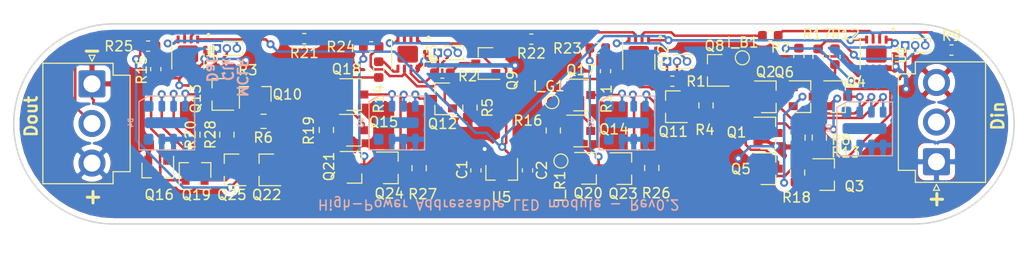
<source format=kicad_pcb>
(kicad_pcb (version 20171130) (host pcbnew "(5.1.2)-2")
  (layers (0 F.Cu signal) (31 B.Cu signal) (34 B.Paste user) (35 F.Paste user) (36 B.SilkS user) (37 F.SilkS user) (38 B.Mask user) (39 F.Mask user) (44 Edge.Cuts user))
  (net 0 "")
  (net 1 "Net-(Q1-Pad3)")
  (net 2 "Net-(Q3-Pad3)")
  (net 3 "Net-(Q5-Pad3)")
  (net 4 GND)
  (net 5 +VDC)
  (net 6 /B-_1)
  (net 7 /R-_1)
  (net 8 /G-_1)
  (net 9 /B-_2)
  (net 10 /R-_2)
  (net 11 /G-_2)
  (net 12 /B-_3)
  (net 13 /R-_3)
  (net 14 /G-_3)
  (net 15 /B-_4)
  (net 16 /R-_4)
  (net 17 /G-_4)
  (net 18 /RA3_2)
  (net 19 /R_2)
  (net 20 /G_2)
  (net 21 /RA3_1)
  (net 22 /R_1)
  (net 23 /G_1)
  (net 24 /RA3_3)
  (net 25 /R_3)
  (net 26 /G_3)
  (net 27 /RA3_4)
  (net 28 /R_4)
  (net 29 /G_4)
  (net 30 "Net-(Q1-Pad1)")
  (net 31 "Net-(Q3-Pad1)")
  (net 32 "Net-(Q5-Pad1)")
  (net 33 "Net-(Q11-Pad1)")
  (net 34 "Net-(Q12-Pad1)")
  (net 35 "Net-(Q10-Pad3)")
  (net 36 "Net-(Q14-Pad3)")
  (net 37 "Net-(Q15-Pad3)")
  (net 38 "Net-(Q16-Pad3)")
  (net 39 "Net-(Q20-Pad3)")
  (net 40 "Net-(Q21-Pad3)")
  (net 41 "Net-(Q22-Pad3)")
  (net 42 /B_2)
  (net 43 /B_3)
  (net 44 /B_4)
  (net 45 /B_1)
  (net 46 /Dout_2)
  (net 47 /Dout_3)
  (net 48 /Dout_1)
  (net 49 /Din_1)
  (net 50 /Dout_4)
  (net 51 "Net-(Q12-Pad2)")
  (net 52 "Net-(Q10-Pad1)")
  (net 53 "Net-(Q15-Pad1)")
  (net 54 "Net-(Q16-Pad1)")
  (net 55 "Net-(Q21-Pad1)")
  (net 56 "Net-(Q22-Pad1)")
  (net 57 +3V3)
  (net 58 "Net-(I_B1-Pad1)")
  (net 59 "Net-(I_G1-Pad1)")
  (net 60 "Net-(I_R1-Pad1)")
  (net 61 "Net-(D1-Pad9)")
  (net 62 "Net-(D2-Pad9)")
  (net 63 "Net-(D3-Pad9)")
  (net 64 "Net-(D4-Pad9)")
  (net 65 "Net-(J6-Pad2)")
  (net 66 "Net-(R10-Pad2)")
  (net 67 "Net-(R21-Pad2)")
  (net 68 "Net-(R22-Pad2)")
  (module Resistor_SMD:R_0603_1608Metric (layer F.Cu) (at 143.1037 95.5548 180)
    (fp_text reference R22 (at 0 -1.43) (layer F.SilkS))
    (fp_text value 33)
    (pad 2 smd roundrect (at 0.7875 0 180) (size 0.875 0.95) (layers F.Cu F.Paste F.Mask) (net 68 "Net-(R22-Pad2)"))
    (pad 1 smd roundrect (at -0.7875 0 180) (size 0.875 0.95) (layers F.Cu F.Paste F.Mask) (net 46 /Dout_2))
  )
  (module Resistor_SMD:R_0603_1608Metric (layer F.Cu) (at 120.4086 95.504 180)
    (fp_text reference R21 (at 0 -1.43) (layer F.SilkS))
    (fp_text value 33)
    (pad 2 smd roundrect (at 0.7875 0 180) (size 0.875 0.95) (layers F.Cu F.Paste F.Mask) (net 67 "Net-(R21-Pad2)"))
    (pad 1 smd roundrect (at -0.7875 0 180) (size 0.875 0.95) (layers F.Cu F.Paste F.Mask) (net 47 /Dout_3))
  )
  (module Resistor_SMD:R_0603_1608Metric (layer F.Cu) (at 166.9923 95.2119 180)
    (fp_text reference R10 hide)
    (fp_text value 33)
    (pad 2 smd roundrect (at 0.7875 0 180) (size 0.875 0.95) (layers F.Cu F.Paste F.Mask) (net 66 "Net-(R10-Pad2)"))
    (pad 1 smd roundrect (at -0.7875 0 180) (size 0.875 0.95) (layers F.Cu F.Paste F.Mask) (net 48 /Dout_1))
  )
  (module Resistor_SMD:R_0603_1608Metric (layer F.Cu) (at 185.1025 96.647)
    (fp_text reference R9 (at 0 -1.43) (layer F.SilkS))
    (fp_text value 33)
    (pad 2 smd roundrect (at 0.7875 0) (size 0.875 0.95) (layers F.Cu F.Paste F.Mask) (net 65 "Net-(J6-Pad2)"))
    (pad 1 smd roundrect (at -0.7875 0) (size 0.875 0.95) (layers F.Cu F.Paste F.Mask) (net 49 /Din_1))
  )
  (module Package_DFN_QFN:DFN-8-1EP_3x3mm_P0.65mm_EP1.7x2.05mm (layer F.Cu) (at 108.7735 97.0348 270)
    (fp_text reference U4 (at 0 -2.45 90) (layer F.SilkS))
    (fp_text value PIC12LF1501-ISN)
    (pad 8 smd roundrect (at 1.45 -0.975 270) (size 0.8 0.3) (layers F.Cu F.Paste F.Mask) (net 4 GND))
    (pad 7 smd roundrect (at 1.45 -0.325 270) (size 0.8 0.3) (layers F.Cu F.Paste F.Mask) (net 44 /B_4))
    (pad 6 smd roundrect (at 1.45 0.325 270) (size 0.8 0.3) (layers F.Cu F.Paste F.Mask) (net 28 /R_4))
    (pad 5 smd roundrect (at 1.45 0.975 270) (size 0.8 0.3) (layers F.Cu F.Paste F.Mask) (net 29 /G_4))
    (pad 4 smd roundrect (at -1.45 0.975 270) (size 0.8 0.3) (layers F.Cu F.Paste F.Mask) (net 27 /RA3_4))
    (pad 3 smd roundrect (at -1.45 0.325 270) (size 0.8 0.3) (layers F.Cu F.Paste F.Mask) (net 50 /Dout_4))
    (pad 2 smd roundrect (at -1.45 -0.325 270) (size 0.8 0.3) (layers F.Cu F.Paste F.Mask) (net 67 "Net-(R21-Pad2)"))
    (pad 1 smd roundrect (at -1.45 -0.975 270) (size 0.8 0.3) (layers F.Cu F.Paste F.Mask) (net 57 +3V3))
    (pad 9 smd roundrect (at 0 0 270) (size 1.7 2.05) (layers F.Cu F.Mask) (roundrect_rratio 0.147059))
  )
  (module Package_DFN_QFN:DFN-8-1EP_3x3mm_P0.65mm_EP1.7x2.05mm (layer F.Cu) (at 130.7465 97.0534 270)
    (fp_text reference U3 (at 0 -2.45 90) (layer F.SilkS))
    (fp_text value PIC12LF1501-ISN)
    (pad 8 smd roundrect (at 1.45 -0.975 270) (size 0.8 0.3) (layers F.Cu F.Paste F.Mask) (net 4 GND))
    (pad 7 smd roundrect (at 1.45 -0.325 270) (size 0.8 0.3) (layers F.Cu F.Paste F.Mask) (net 43 /B_3))
    (pad 6 smd roundrect (at 1.45 0.325 270) (size 0.8 0.3) (layers F.Cu F.Paste F.Mask) (net 25 /R_3))
    (pad 5 smd roundrect (at 1.45 0.975 270) (size 0.8 0.3) (layers F.Cu F.Paste F.Mask) (net 26 /G_3))
    (pad 4 smd roundrect (at -1.45 0.975 270) (size 0.8 0.3) (layers F.Cu F.Paste F.Mask) (net 24 /RA3_3))
    (pad 3 smd roundrect (at -1.45 0.325 270) (size 0.8 0.3) (layers F.Cu F.Paste F.Mask) (net 47 /Dout_3))
    (pad 2 smd roundrect (at -1.45 -0.325 270) (size 0.8 0.3) (layers F.Cu F.Paste F.Mask) (net 68 "Net-(R22-Pad2)"))
    (pad 1 smd roundrect (at -1.45 -0.975 270) (size 0.8 0.3) (layers F.Cu F.Paste F.Mask) (net 57 +3V3))
    (pad 9 smd roundrect (at 0 0 270) (size 1.7 2.05) (layers F.Cu F.Mask) (roundrect_rratio 0.147059))
  )
  (module Package_DFN_QFN:DFN-8-1EP_3x3mm_P0.65mm_EP1.7x2.05mm (layer F.Cu) (at 153.8478 97.0788 270)
    (fp_text reference U2 (at 0 -2.45 90) (layer F.SilkS))
    (fp_text value PIC12LF1501-ISN)
    (pad 8 smd roundrect (at 1.45 -0.975 270) (size 0.8 0.3) (layers F.Cu F.Paste F.Mask) (net 4 GND))
    (pad 7 smd roundrect (at 1.45 -0.325 270) (size 0.8 0.3) (layers F.Cu F.Paste F.Mask) (net 42 /B_2))
    (pad 6 smd roundrect (at 1.45 0.325 270) (size 0.8 0.3) (layers F.Cu F.Paste F.Mask) (net 19 /R_2))
    (pad 5 smd roundrect (at 1.45 0.975 270) (size 0.8 0.3) (layers F.Cu F.Paste F.Mask) (net 20 /G_2))
    (pad 4 smd roundrect (at -1.45 0.975 270) (size 0.8 0.3) (layers F.Cu F.Paste F.Mask) (net 18 /RA3_2))
    (pad 3 smd roundrect (at -1.45 0.325 270) (size 0.8 0.3) (layers F.Cu F.Paste F.Mask) (net 46 /Dout_2))
    (pad 2 smd roundrect (at -1.45 -0.325 270) (size 0.8 0.3) (layers F.Cu F.Paste F.Mask) (net 66 "Net-(R10-Pad2)"))
    (pad 1 smd roundrect (at -1.45 -0.975 270) (size 0.8 0.3) (layers F.Cu F.Paste F.Mask) (net 57 +3V3))
    (pad 9 smd roundrect (at 0 0 270) (size 1.7 2.05) (layers F.Cu F.Mask) (roundrect_rratio 0.147059))
  )
  (module Package_DFN_QFN:DFN-8-1EP_3x3mm_P0.65mm_EP1.7x2.05mm (layer F.Cu) (at 177.5968 97.0534 270)
    (fp_text reference U1 (at 0 -2.45 90) (layer F.SilkS))
    (fp_text value PIC12LF1501-ISN)
    (pad 8 smd roundrect (at 1.45 -0.975 270) (size 0.8 0.3) (layers F.Cu F.Paste F.Mask) (net 4 GND))
    (pad 7 smd roundrect (at 1.45 -0.325 270) (size 0.8 0.3) (layers F.Cu F.Paste F.Mask) (net 45 /B_1))
    (pad 6 smd roundrect (at 1.45 0.325 270) (size 0.8 0.3) (layers F.Cu F.Paste F.Mask) (net 22 /R_1))
    (pad 5 smd roundrect (at 1.45 0.975 270) (size 0.8 0.3) (layers F.Cu F.Paste F.Mask) (net 23 /G_1))
    (pad 4 smd roundrect (at -1.45 0.975 270) (size 0.8 0.3) (layers F.Cu F.Paste F.Mask) (net 21 /RA3_1))
    (pad 3 smd roundrect (at -1.45 0.325 270) (size 0.8 0.3) (layers F.Cu F.Paste F.Mask) (net 48 /Dout_1))
    (pad 2 smd roundrect (at -1.45 -0.325 270) (size 0.8 0.3) (layers F.Cu F.Paste F.Mask) (net 49 /Din_1))
    (pad 1 smd roundrect (at -1.45 -0.975 270) (size 0.8 0.3) (layers F.Cu F.Paste F.Mask) (net 57 +3V3))
    (pad 9 smd roundrect (at 0 0 270) (size 1.7 2.05) (layers F.Cu F.Mask) (roundrect_rratio 0.147059))
  )
  (module TestPoint:TestPoint_Pad_D1.0mm (layer F.Cu) (at 145.161 101.8032)
    (fp_text reference I_G1 (at -0.3175 -1.5494) (layer F.SilkS))
    (fp_text value TestPoint)
    (pad 1 smd circle (at 0 0) (size 1 1) (layers F.Cu F.Mask) (net 59 "Net-(I_G1-Pad1)"))
  )
  (module TestPoint:TestPoint_Pad_D1.0mm (layer F.Cu) (at 164.1983 97.4217)
    (fp_text reference I_B1 (at 0.0254 -1.5367) (layer F.SilkS))
    (fp_text value TestPoint)
    (pad 1 smd circle (at 0 0) (size 1 1) (layers F.Cu F.Mask) (net 58 "Net-(I_B1-Pad1)"))
  )
  (module TestPoint:TestPoint_Pad_D1.0mm (layer F.Cu) (at 146.0627 107.7341)
    (fp_text reference I_R1 (at -0.0889 2.5654 90) (layer F.SilkS))
    (fp_text value TestPoint)
    (pad 1 smd circle (at 0 0) (size 1 1) (layers F.Cu F.Mask) (net 60 "Net-(I_R1-Pad1)"))
  )
  (module Package_TO_SOT_SMD:SOT-23 (layer F.Cu) (at 140.1445 108.8898 270)
    (fp_text reference U5 (at 2.4638 0.0254 180) (layer F.SilkS))
    (fp_text value MCP1812AT-033_TT)
    (pad 3 smd rect (at 1 0 270) (size 0.9 0.8) (layers F.Cu F.Paste F.Mask) (net 4 GND))
    (pad 2 smd rect (at -1 0.95 270) (size 0.9 0.8) (layers F.Cu F.Paste F.Mask) (net 5 +VDC))
    (pad 1 smd rect (at -1 -0.95 270) (size 0.9 0.8) (layers F.Cu F.Paste F.Mask) (net 57 +3V3))
  )
  (module Capacitor_SMD:C_0603_1608Metric (layer F.Cu) (at 142.7226 108.6739 270)
    (fp_text reference C2 (at 0 -1.43 90) (layer F.SilkS))
    (fp_text value 22u)
    (pad 2 smd roundrect (at 0.7875 0 270) (size 0.875 0.95) (layers F.Cu F.Paste F.Mask) (net 4 GND))
    (pad 1 smd roundrect (at -0.7875 0 270) (size 0.875 0.95) (layers F.Cu F.Paste F.Mask) (net 57 +3V3))
  )
  (module Capacitor_SMD:C_0603_1608Metric (layer F.Cu) (at 137.5664 108.6739 270)
    (fp_text reference C1 (at -0.0762 1.3843 90) (layer F.SilkS))
    (fp_text value 22u)
    (pad 2 smd roundrect (at 0.7875 0 270) (size 0.875 0.95) (layers F.Cu F.Paste F.Mask) (net 4 GND))
    (pad 1 smd roundrect (at -0.7875 0 270) (size 0.875 0.95) (layers F.Cu F.Paste F.Mask) (net 5 +VDC))
  )
  (module Package_TO_SOT_SMD:SOT-23 (layer F.Cu) (at 172.6438 109.093)
    (fp_text reference Q3 (at 2.7559 1.1684) (layer F.SilkS))
    (fp_text value MMBT3904)
    (pad 3 smd rect (at 1 0) (size 0.9 0.8) (layers F.Cu F.Paste F.Mask) (net 2 "Net-(Q3-Pad3)"))
    (pad 2 smd rect (at -1 0.95) (size 0.9 0.8) (layers F.Cu F.Paste F.Mask) (net 4 GND))
    (pad 1 smd rect (at -1 -0.95) (size 0.9 0.8) (layers F.Cu F.Paste F.Mask) (net 31 "Net-(Q3-Pad1)"))
  )
  (module Resistor_SMD:R_0805_2012Metric (layer F.Cu) (at 169.7228 108.8898 270)
    (fp_text reference R18 (at 2.4892 0.1143) (layer F.SilkS))
    (fp_text value 2.4)
    (pad 2 smd roundrect (at 0.9375 0 270) (size 0.975 1.4) (layers F.Cu F.Paste F.Mask) (net 4 GND))
    (pad 1 smd roundrect (at -0.9375 0 270) (size 0.975 1.4) (layers F.Cu F.Paste F.Mask) (net 32 "Net-(Q5-Pad1)"))
  )
  (module Resistor_SMD:R_0603_1608Metric (layer F.Cu) (at 171.7675 97.3201 270)
    (fp_text reference R17 (at -2.2479 0.1143 180) (layer F.SilkS))
    (fp_text value 47k)
    (pad 2 smd roundrect (at 0.7875 0 270) (size 0.875 0.95) (layers F.Cu F.Paste F.Mask) (net 3 "Net-(Q5-Pad3)"))
    (pad 1 smd roundrect (at -0.7875 0 270) (size 0.875 0.95) (layers F.Cu F.Paste F.Mask) (net 22 /R_1))
  )
  (module Resistor_SMD:R_0805_2012Metric (layer F.Cu) (at 171.8945 105.3973 270)
    (fp_text reference R13 (at 1.4859 -2.6289) (layer F.SilkS))
    (fp_text value 2.4)
    (pad 2 smd roundrect (at 0.9375 0 270) (size 0.975 1.4) (layers F.Cu F.Paste F.Mask) (net 4 GND))
    (pad 1 smd roundrect (at -0.9375 0 270) (size 0.975 1.4) (layers F.Cu F.Paste F.Mask) (net 31 "Net-(Q3-Pad1)"))
  )
  (module Resistor_SMD:R_0603_1608Metric (layer F.Cu) (at 173.4566 97.3074 270)
    (fp_text reference R12 (at -2.2352 -1.0414 180) (layer F.SilkS))
    (fp_text value 47k)
    (pad 2 smd roundrect (at 0.7875 0 270) (size 0.875 0.95) (layers F.Cu F.Paste F.Mask) (net 2 "Net-(Q3-Pad3)"))
    (pad 1 smd roundrect (at -0.7875 0 270) (size 0.875 0.95) (layers F.Cu F.Paste F.Mask) (net 23 /G_1))
  )
  (module Resistor_SMD:R_0805_2012Metric (layer F.Cu) (at 169.7609 105.3973 270)
    (fp_text reference R8 (at 0.2159 -4.2926 180) (layer F.SilkS))
    (fp_text value 2.4)
    (pad 2 smd roundrect (at 0.9375 0 270) (size 0.975 1.4) (layers F.Cu F.Paste F.Mask) (net 4 GND))
    (pad 1 smd roundrect (at -0.9375 0 270) (size 0.975 1.4) (layers F.Cu F.Paste F.Mask) (net 30 "Net-(Q1-Pad1)"))
  )
  (module Resistor_SMD:R_0603_1608Metric (layer F.Cu) (at 169.8498 97.244 270)
    (fp_text reference R7 (at -0.851 1.8415 180) (layer F.SilkS))
    (fp_text value 47k)
    (pad 2 smd roundrect (at 0.7875 0 270) (size 0.875 0.95) (layers F.Cu F.Paste F.Mask) (net 1 "Net-(Q1-Pad3)"))
    (pad 1 smd roundrect (at -0.7875 0 270) (size 0.875 0.95) (layers F.Cu F.Paste F.Mask) (net 45 /B_1))
  )
  (module Package_TO_SOT_SMD:SOT-23 (layer F.Cu) (at 170.2816 101.3079)
    (fp_text reference Q6 (at -1.905 -2.4384) (layer F.SilkS))
    (fp_text value DMN2041L)
    (pad 3 smd rect (at 1 0) (size 0.9 0.8) (layers F.Cu F.Paste F.Mask) (net 7 /R-_1))
    (pad 2 smd rect (at -1 0.95) (size 0.9 0.8) (layers F.Cu F.Paste F.Mask) (net 32 "Net-(Q5-Pad1)"))
    (pad 1 smd rect (at -1 -0.95) (size 0.9 0.8) (layers F.Cu F.Paste F.Mask) (net 3 "Net-(Q5-Pad3)"))
  )
  (module Package_TO_SOT_SMD:SOT-23 (layer F.Cu) (at 166.7764 108.5088)
    (fp_text reference Q5 (at -2.7305 0.0254) (layer F.SilkS))
    (fp_text value MMBT3904)
    (pad 3 smd rect (at 1 0) (size 0.9 0.8) (layers F.Cu F.Paste F.Mask) (net 3 "Net-(Q5-Pad3)"))
    (pad 2 smd rect (at -1 0.95) (size 0.9 0.8) (layers F.Cu F.Paste F.Mask) (net 4 GND))
    (pad 1 smd rect (at -1 -0.95) (size 0.9 0.8) (layers F.Cu F.Paste F.Mask) (net 32 "Net-(Q5-Pad1)"))
  )
  (module Package_TO_SOT_SMD:SOT-23 (layer F.Cu) (at 173.736 101.3079)
    (fp_text reference Q4 (at 1.8161 -1.4859) (layer F.SilkS))
    (fp_text value DMN2041L)
    (pad 3 smd rect (at 1 0) (size 0.9 0.8) (layers F.Cu F.Paste F.Mask) (net 8 /G-_1))
    (pad 2 smd rect (at -1 0.95) (size 0.9 0.8) (layers F.Cu F.Paste F.Mask) (net 31 "Net-(Q3-Pad1)"))
    (pad 1 smd rect (at -1 -0.95) (size 0.9 0.8) (layers F.Cu F.Paste F.Mask) (net 2 "Net-(Q3-Pad3)"))
  )
  (module Package_TO_SOT_SMD:SOT-23 (layer F.Cu) (at 166.8145 101.3206)
    (fp_text reference Q2 (at -0.2794 -2.4892) (layer F.SilkS))
    (fp_text value DMN2041L)
    (pad 3 smd rect (at 1 0) (size 0.9 0.8) (layers F.Cu F.Paste F.Mask) (net 6 /B-_1))
    (pad 2 smd rect (at -1 0.95) (size 0.9 0.8) (layers F.Cu F.Paste F.Mask) (net 30 "Net-(Q1-Pad1)"))
    (pad 1 smd rect (at -1 -0.95) (size 0.9 0.8) (layers F.Cu F.Paste F.Mask) (net 1 "Net-(Q1-Pad3)"))
  )
  (module Package_TO_SOT_SMD:SOT-23 (layer F.Cu) (at 166.7637 104.9401)
    (fp_text reference Q1 (at -3.1496 -0.0635 180) (layer F.SilkS))
    (fp_text value MMBT3904)
    (pad 3 smd rect (at 1 0) (size 0.9 0.8) (layers F.Cu F.Paste F.Mask) (net 1 "Net-(Q1-Pad3)"))
    (pad 2 smd rect (at -1 0.95) (size 0.9 0.8) (layers F.Cu F.Paste F.Mask) (net 4 GND))
    (pad 1 smd rect (at -1 -0.95) (size 0.9 0.8) (layers F.Cu F.Paste F.Mask) (net 30 "Net-(Q1-Pad1)"))
  )
  (module Connector_PinHeader_1.00mm:PinHeader_1x03_P1.00mm_Vertical (layer F.Cu) (at 180.4797 96.1771 90)
    (fp_text reference J1 hide)
    (fp_text value Conn_01x03_Male)
    (pad 3 thru_hole oval (at 0 2 90) (size 0.85 0.85) (drill 0.5) (layers *.Cu *.Mask) (net 21 /RA3_1))
    (pad 2 thru_hole oval (at 0 1 90) (size 0.85 0.85) (drill 0.5) (layers *.Cu *.Mask) (net 22 /R_1))
    (pad 1 thru_hole rect (at 0 0 90) (size 0.85 0.85) (drill 0.5) (layers *.Cu *.Mask) (net 45 /B_1))
  )
  (module AddressableLED:L1MC-RGB3080 (layer B.Cu) (at 176.5173 104.4956)
    (fp_text reference D1 (at -3.69 0 -90) (layer B.SilkS) (effects (font (size 0.5 0.5) (thickness 0.1)) (justify mirror)))
    (fp_text value L1MC-Breakout)
    (pad 9 smd roundrect (at -0.1016 0) (size 4.4 1.1) (layers B.Cu B.Paste B.Mask) (net 61 "Net-(D1-Pad9)"))
    (pad 2 smd roundrect (at 1.755 -1.6475) (size 0.67 1.1) (layers B.Cu B.Paste B.Mask) (net 6 /B-_1))
    (pad 1 smd roundrect (at 1.755 1.6475) (size 0.67 1.1) (layers B.Cu B.Paste B.Mask) (net 5 +VDC))
    (pad 4 smd roundrect (at 0.585 -1.6475) (size 0.67 1.1) (layers B.Cu B.Paste B.Mask) (net 7 /R-_1))
    (pad 3 smd roundrect (at 0.585 1.6475) (size 0.67 1.1) (layers B.Cu B.Paste B.Mask) (net 5 +VDC))
    (pad 6 smd roundrect (at -0.585 -1.6475) (size 0.67 1.1) (layers B.Cu B.Paste B.Mask) (net 8 /G-_1))
    (pad 5 smd roundrect (at -0.585 1.6475) (size 0.67 1.1) (layers B.Cu B.Paste B.Mask) (net 5 +VDC))
    (pad 8 smd roundrect (at -1.91 -1.6475) (size 0.98 1.1) (layers B.Cu B.Paste B.Mask))
    (pad 7 smd roundrect (at -1.91 1.6475) (size 0.98 1.1) (layers B.Cu B.Paste B.Mask))
  )
  (module Resistor_SMD:R_0805_2012Metric (layer F.Cu) (at 112.6744 105.1052 90)
    (fp_text reference R28 (at 0 -1.65 90) (layer F.SilkS))
    (fp_text value 2.4)
    (pad 2 smd roundrect (at 0.9375 0 90) (size 0.975 1.4) (layers F.Cu F.Paste F.Mask) (net 4 GND))
    (pad 1 smd roundrect (at -0.9375 0 90) (size 0.975 1.4) (layers F.Cu F.Paste F.Mask) (net 56 "Net-(Q22-Pad1)"))
  )
  (module Resistor_SMD:R_0805_2012Metric (layer F.Cu) (at 131.8895 108.458 90)
    (fp_text reference R27 (at -2.5908 0.3556 180) (layer F.SilkS))
    (fp_text value 2.4)
    (pad 2 smd roundrect (at 0.9375 0 90) (size 0.975 1.4) (layers F.Cu F.Paste F.Mask) (net 4 GND))
    (pad 1 smd roundrect (at -0.9375 0 90) (size 0.975 1.4) (layers F.Cu F.Paste F.Mask) (net 55 "Net-(Q21-Pad1)"))
  )
  (module Resistor_SMD:R_0805_2012Metric (layer F.Cu) (at 155.1432 108.4326 90)
    (fp_text reference R26 (at -2.5146 0.4445 180) (layer F.SilkS))
    (fp_text value 2.4)
    (pad 2 smd roundrect (at 0.9375 0 90) (size 0.975 1.4) (layers F.Cu F.Paste F.Mask) (net 4 GND))
    (pad 1 smd roundrect (at -0.9375 0 90) (size 0.975 1.4) (layers F.Cu F.Paste F.Mask) (net 60 "Net-(I_R1-Pad1)"))
  )
  (module Resistor_SMD:R_0603_1608Metric (layer F.Cu) (at 104.8005 96.2533 180)
    (fp_text reference R25 (at 2.9338 -0.0127) (layer F.SilkS))
    (fp_text value 47k)
    (pad 2 smd roundrect (at 0.7875 0 180) (size 0.875 0.95) (layers F.Cu F.Paste F.Mask) (net 41 "Net-(Q22-Pad3)"))
    (pad 1 smd roundrect (at -0.7875 0 180) (size 0.875 0.95) (layers F.Cu F.Paste F.Mask) (net 28 /R_4))
  )
  (module Resistor_SMD:R_0603_1608Metric (layer F.Cu) (at 127.1016 96.3295 180)
    (fp_text reference R24 (at 3.0353 0) (layer F.SilkS))
    (fp_text value 47k)
    (pad 2 smd roundrect (at 0.7875 0 180) (size 0.875 0.95) (layers F.Cu F.Paste F.Mask) (net 40 "Net-(Q21-Pad3)"))
    (pad 1 smd roundrect (at -0.7875 0 180) (size 0.875 0.95) (layers F.Cu F.Paste F.Mask) (net 25 /R_3))
  )
  (module Resistor_SMD:R_0603_1608Metric (layer F.Cu) (at 149.7457 96.4438 180)
    (fp_text reference R23 (at 3.0353 -0.0381) (layer F.SilkS))
    (fp_text value 47k)
    (pad 2 smd roundrect (at 0.7875 0 180) (size 0.875 0.95) (layers F.Cu F.Paste F.Mask) (net 39 "Net-(Q20-Pad3)"))
    (pad 1 smd roundrect (at -0.7875 0 180) (size 0.875 0.95) (layers F.Cu F.Paste F.Mask) (net 19 /R_2))
  )
  (module Resistor_SMD:R_0805_2012Metric (layer F.Cu) (at 110.6932 105.1052 90)
    (fp_text reference R20 (at 0 -1.65 90) (layer F.SilkS))
    (fp_text value 2.4)
    (pad 2 smd roundrect (at 0.9375 0 90) (size 0.975 1.4) (layers F.Cu F.Paste F.Mask) (net 4 GND))
    (pad 1 smd roundrect (at -0.9375 0 90) (size 0.975 1.4) (layers F.Cu F.Paste F.Mask) (net 54 "Net-(Q16-Pad1)"))
  )
  (module Resistor_SMD:R_0805_2012Metric (layer F.Cu) (at 122.6185 104.6353 270)
    (fp_text reference R19 (at 0.0635 1.7653 90) (layer F.SilkS))
    (fp_text value 2.4)
    (pad 2 smd roundrect (at 0.9375 0 270) (size 0.975 1.4) (layers F.Cu F.Paste F.Mask) (net 4 GND))
    (pad 1 smd roundrect (at -0.9375 0 270) (size 0.975 1.4) (layers F.Cu F.Paste F.Mask) (net 53 "Net-(Q15-Pad1)"))
  )
  (module Resistor_SMD:R_0805_2012Metric (layer F.Cu) (at 145.3007 104.6861 270)
    (fp_text reference R16 (at -0.9906 2.5273 180) (layer F.SilkS))
    (fp_text value 2.4)
    (pad 2 smd roundrect (at 0.9375 0 270) (size 0.975 1.4) (layers F.Cu F.Paste F.Mask) (net 4 GND))
    (pad 1 smd roundrect (at -0.9375 0 270) (size 0.975 1.4) (layers F.Cu F.Paste F.Mask) (net 59 "Net-(I_G1-Pad1)"))
  )
  (module Resistor_SMD:R_0603_1608Metric (layer F.Cu) (at 105.5624 98.552 270)
    (fp_text reference R15 (at 0.1016 1.4097 90) (layer F.SilkS))
    (fp_text value 47k)
    (pad 2 smd roundrect (at 0.7875 0 270) (size 0.875 0.95) (layers F.Cu F.Paste F.Mask) (net 38 "Net-(Q16-Pad3)"))
    (pad 1 smd roundrect (at -0.7875 0 270) (size 0.875 0.95) (layers F.Cu F.Paste F.Mask) (net 29 /G_4))
  )
  (module Resistor_SMD:R_0603_1608Metric (layer F.Cu) (at 127.8509 98.6027 270)
    (fp_text reference R14 (at 2.9338 0 90) (layer F.SilkS))
    (fp_text value 47k)
    (pad 2 smd roundrect (at 0.7875 0 270) (size 0.875 0.95) (layers F.Cu F.Paste F.Mask) (net 37 "Net-(Q15-Pad3)"))
    (pad 1 smd roundrect (at -0.7875 0 270) (size 0.875 0.95) (layers F.Cu F.Paste F.Mask) (net 26 /G_3))
  )
  (module Resistor_SMD:R_0603_1608Metric (layer F.Cu) (at 150.5204 98.7552 270)
    (fp_text reference R11 (at 2.7686 -0.1016 270) (layer F.SilkS))
    (fp_text value 47k)
    (pad 2 smd roundrect (at 0.7875 0 270) (size 0.875 0.95) (layers F.Cu F.Paste F.Mask) (net 36 "Net-(Q14-Pad3)"))
    (pad 1 smd roundrect (at -0.7875 0 270) (size 0.875 0.95) (layers F.Cu F.Paste F.Mask) (net 20 /G_2))
  )
  (module Resistor_SMD:R_0805_2012Metric (layer F.Cu) (at 116.332 103.7717)
    (fp_text reference R6 (at -0.0254 1.6256) (layer F.SilkS))
    (fp_text value 2.4)
    (pad 2 smd roundrect (at 0.9375 0) (size 0.975 1.4) (layers F.Cu F.Paste F.Mask) (net 4 GND))
    (pad 1 smd roundrect (at -0.9375 0) (size 0.975 1.4) (layers F.Cu F.Paste F.Mask) (net 52 "Net-(Q10-Pad1)"))
  )
  (module Resistor_SMD:R_0805_2012Metric (layer F.Cu) (at 136.9695 102.4001 270)
    (fp_text reference R5 (at 0.0127 -1.7526 90) (layer F.SilkS))
    (fp_text value 2.4)
    (pad 2 smd roundrect (at 0.9375 0 270) (size 0.975 1.4) (layers F.Cu F.Paste F.Mask) (net 4 GND))
    (pad 1 smd roundrect (at -0.9375 0 270) (size 0.975 1.4) (layers F.Cu F.Paste F.Mask) (net 51 "Net-(Q12-Pad2)"))
  )
  (module Resistor_SMD:R_0805_2012Metric (layer F.Cu) (at 160.5661 102.1819 270)
    (fp_text reference R4 (at 2.4407 0.1143 180) (layer F.SilkS))
    (fp_text value 2.4)
    (pad 2 smd roundrect (at 0.9375 0 270) (size 0.975 1.4) (layers F.Cu F.Paste F.Mask) (net 4 GND))
    (pad 1 smd roundrect (at -0.9375 0 270) (size 0.975 1.4) (layers F.Cu F.Paste F.Mask) (net 58 "Net-(I_B1-Pad1)"))
  )
  (module Resistor_SMD:R_0603_1608Metric (layer F.Cu) (at 112.3441 98.4631)
    (fp_text reference R3 (at 2.4258 0.1905) (layer F.SilkS))
    (fp_text value 47k)
    (pad 2 smd roundrect (at 0.7875 0) (size 0.875 0.95) (layers F.Cu F.Paste F.Mask) (net 35 "Net-(Q10-Pad3)"))
    (pad 1 smd roundrect (at -0.7875 0) (size 0.875 0.95) (layers F.Cu F.Paste F.Mask) (net 44 /B_4))
  )
  (module Resistor_SMD:R_0603_1608Metric (layer F.Cu) (at 134.2136 98.9457)
    (fp_text reference R2 (at 2.5273 0.3175) (layer F.SilkS))
    (fp_text value 47k)
    (pad 2 smd roundrect (at 0.7875 0) (size 0.875 0.95) (layers F.Cu F.Paste F.Mask) (net 34 "Net-(Q12-Pad1)"))
    (pad 1 smd roundrect (at -0.7875 0) (size 0.875 0.95) (layers F.Cu F.Paste F.Mask) (net 43 /B_3))
  )
  (module Resistor_SMD:R_0603_1608Metric (layer F.Cu) (at 157.2006 99.7585)
    (fp_text reference R1 (at 2.3622 0.0254) (layer F.SilkS))
    (fp_text value 47k)
    (pad 2 smd roundrect (at 0.7875 0) (size 0.875 0.95) (layers F.Cu F.Paste F.Mask) (net 33 "Net-(Q11-Pad1)"))
    (pad 1 smd roundrect (at -0.7875 0) (size 0.875 0.95) (layers F.Cu F.Paste F.Mask) (net 42 /B_2))
  )
  (module Package_TO_SOT_SMD:SOT-23 (layer F.Cu) (at 113.1697 108.6231 180)
    (fp_text reference Q25 (at 0 -2.5) (layer F.SilkS))
    (fp_text value DMN2041L)
    (pad 3 smd rect (at 1 0 180) (size 0.9 0.8) (layers F.Cu F.Paste F.Mask) (net 16 /R-_4))
    (pad 2 smd rect (at -1 0.95 180) (size 0.9 0.8) (layers F.Cu F.Paste F.Mask) (net 56 "Net-(Q22-Pad1)"))
    (pad 1 smd rect (at -1 -0.95 180) (size 0.9 0.8) (layers F.Cu F.Paste F.Mask) (net 41 "Net-(Q22-Pad3)"))
  )
  (module Package_TO_SOT_SMD:SOT-23 (layer F.Cu) (at 129.032 108.4199)
    (fp_text reference Q24 (at -0.127 2.5654 180) (layer F.SilkS))
    (fp_text value DMN2041L)
    (pad 3 smd rect (at 1 0) (size 0.9 0.8) (layers F.Cu F.Paste F.Mask) (net 13 /R-_3))
    (pad 2 smd rect (at -1 0.95) (size 0.9 0.8) (layers F.Cu F.Paste F.Mask) (net 55 "Net-(Q21-Pad1)"))
    (pad 1 smd rect (at -1 -0.95) (size 0.9 0.8) (layers F.Cu F.Paste F.Mask) (net 40 "Net-(Q21-Pad3)"))
  )
  (module Package_TO_SOT_SMD:SOT-23 (layer F.Cu) (at 152.3746 108.4961)
    (fp_text reference Q23 (at -0.1016 2.5019) (layer F.SilkS))
    (fp_text value DMN2041L)
    (pad 3 smd rect (at 1 0) (size 0.9 0.8) (layers F.Cu F.Paste F.Mask) (net 10 /R-_2))
    (pad 2 smd rect (at -1 0.95) (size 0.9 0.8) (layers F.Cu F.Paste F.Mask) (net 60 "Net-(I_R1-Pad1)"))
    (pad 1 smd rect (at -1 -0.95) (size 0.9 0.8) (layers F.Cu F.Paste F.Mask) (net 39 "Net-(Q20-Pad3)"))
  )
  (module Package_TO_SOT_SMD:SOT-23 (layer F.Cu) (at 116.6495 108.6231 180)
    (fp_text reference Q22 (at 0 -2.5) (layer F.SilkS))
    (fp_text value MMBT3904)
    (pad 3 smd rect (at 1 0 180) (size 0.9 0.8) (layers F.Cu F.Paste F.Mask) (net 41 "Net-(Q22-Pad3)"))
    (pad 2 smd rect (at -1 0.95 180) (size 0.9 0.8) (layers F.Cu F.Paste F.Mask) (net 4 GND))
    (pad 1 smd rect (at -1 -0.95 180) (size 0.9 0.8) (layers F.Cu F.Paste F.Mask) (net 56 "Net-(Q22-Pad1)"))
  )
  (module Package_TO_SOT_SMD:SOT-23 (layer F.Cu) (at 125.3998 108.3691)
    (fp_text reference Q21 (at -2.5146 -0.0762 90) (layer F.SilkS))
    (fp_text value MMBT3904)
    (pad 3 smd rect (at 1 0) (size 0.9 0.8) (layers F.Cu F.Paste F.Mask) (net 40 "Net-(Q21-Pad3)"))
    (pad 2 smd rect (at -1 0.95) (size 0.9 0.8) (layers F.Cu F.Paste F.Mask) (net 4 GND))
    (pad 1 smd rect (at -1 -0.95) (size 0.9 0.8) (layers F.Cu F.Paste F.Mask) (net 55 "Net-(Q21-Pad1)"))
  )
  (module Package_TO_SOT_SMD:SOT-23 (layer F.Cu) (at 148.8407 108.4682)
    (fp_text reference Q20 (at -0.0602 2.4917 180) (layer F.SilkS))
    (fp_text value MMBT3904)
    (pad 3 smd rect (at 1 0) (size 0.9 0.8) (layers F.Cu F.Paste F.Mask) (net 39 "Net-(Q20-Pad3)"))
    (pad 2 smd rect (at -1 0.95) (size 0.9 0.8) (layers F.Cu F.Paste F.Mask) (net 4 GND))
    (pad 1 smd rect (at -1 -0.95) (size 0.9 0.8) (layers F.Cu F.Paste F.Mask) (net 60 "Net-(I_R1-Pad1)"))
  )
  (module Package_TO_SOT_SMD:SOT-23 (layer F.Cu) (at 109.4892 108.6645 90)
    (fp_text reference Q19 (at -2.4605 0.1245 180) (layer F.SilkS))
    (fp_text value DMN2041L)
    (pad 3 smd rect (at 1 0 90) (size 0.9 0.8) (layers F.Cu F.Paste F.Mask) (net 17 /G-_4))
    (pad 2 smd rect (at -1 0.95 90) (size 0.9 0.8) (layers F.Cu F.Paste F.Mask) (net 54 "Net-(Q16-Pad1)"))
    (pad 1 smd rect (at -1 -0.95 90) (size 0.9 0.8) (layers F.Cu F.Paste F.Mask) (net 38 "Net-(Q16-Pad3)"))
  )
  (module Package_TO_SOT_SMD:SOT-23 (layer F.Cu) (at 125.3617 101.092)
    (fp_text reference Q18 (at -0.7366 -2.54) (layer F.SilkS))
    (fp_text value DMN2041L)
    (pad 3 smd rect (at 1 0) (size 0.9 0.8) (layers F.Cu F.Paste F.Mask) (net 14 /G-_3))
    (pad 2 smd rect (at -1 0.95) (size 0.9 0.8) (layers F.Cu F.Paste F.Mask) (net 53 "Net-(Q15-Pad1)"))
    (pad 1 smd rect (at -1 -0.95) (size 0.9 0.8) (layers F.Cu F.Paste F.Mask) (net 37 "Net-(Q15-Pad3)"))
  )
  (module Package_TO_SOT_SMD:SOT-23 (layer F.Cu) (at 148.0439 101.1428)
    (fp_text reference Q17 (at 0 -2.5) (layer F.SilkS))
    (fp_text value DMN2041L)
    (pad 3 smd rect (at 1 0) (size 0.9 0.8) (layers F.Cu F.Paste F.Mask) (net 11 /G-_2))
    (pad 2 smd rect (at -1 0.95) (size 0.9 0.8) (layers F.Cu F.Paste F.Mask) (net 59 "Net-(I_G1-Pad1)"))
    (pad 1 smd rect (at -1 -0.95) (size 0.9 0.8) (layers F.Cu F.Paste F.Mask) (net 36 "Net-(Q14-Pad3)"))
  )
  (module Package_TO_SOT_SMD:SOT-23 (layer F.Cu) (at 105.7656 108.6612 270)
    (fp_text reference Q16 (at 2.4511 -0.1397 180) (layer F.SilkS))
    (fp_text value MMBT3904)
    (pad 3 smd rect (at 1 0 270) (size 0.9 0.8) (layers F.Cu F.Paste F.Mask) (net 38 "Net-(Q16-Pad3)"))
    (pad 2 smd rect (at -1 0.95 270) (size 0.9 0.8) (layers F.Cu F.Paste F.Mask) (net 4 GND))
    (pad 1 smd rect (at -1 -0.95 270) (size 0.9 0.8) (layers F.Cu F.Paste F.Mask) (net 54 "Net-(Q16-Pad1)"))
  )
  (module Package_TO_SOT_SMD:SOT-23 (layer F.Cu) (at 125.3363 104.6607)
    (fp_text reference Q15 (at 2.9972 -0.8255 180) (layer F.SilkS))
    (fp_text value MMBT3904)
    (pad 3 smd rect (at 1 0) (size 0.9 0.8) (layers F.Cu F.Paste F.Mask) (net 37 "Net-(Q15-Pad3)"))
    (pad 2 smd rect (at -1 0.95) (size 0.9 0.8) (layers F.Cu F.Paste F.Mask) (net 4 GND))
    (pad 1 smd rect (at -1 -0.95) (size 0.9 0.8) (layers F.Cu F.Paste F.Mask) (net 53 "Net-(Q15-Pad1)"))
  )
  (module Package_TO_SOT_SMD:SOT-23 (layer F.Cu) (at 148.0439 104.7369)
    (fp_text reference Q14 (at 3.3147 -0.1651) (layer F.SilkS))
    (fp_text value MMBT3904)
    (pad 3 smd rect (at 1 0) (size 0.9 0.8) (layers F.Cu F.Paste F.Mask) (net 36 "Net-(Q14-Pad3)"))
    (pad 2 smd rect (at -1 0.95) (size 0.9 0.8) (layers F.Cu F.Paste F.Mask) (net 4 GND))
    (pad 1 smd rect (at -1 -0.95) (size 0.9 0.8) (layers F.Cu F.Paste F.Mask) (net 59 "Net-(I_G1-Pad1)"))
  )
  (module Package_TO_SOT_SMD:SOT-23 (layer F.Cu) (at 111.9505 101.0793 180)
    (fp_text reference Q13 (at 2.4003 -0.4318 90) (layer F.SilkS))
    (fp_text value DMN2041L)
    (pad 3 smd rect (at 1 0 180) (size 0.9 0.8) (layers F.Cu F.Paste F.Mask) (net 15 /B-_4))
    (pad 2 smd rect (at -1 0.95 180) (size 0.9 0.8) (layers F.Cu F.Paste F.Mask) (net 52 "Net-(Q10-Pad1)"))
    (pad 1 smd rect (at -1 -0.95 180) (size 0.9 0.8) (layers F.Cu F.Paste F.Mask) (net 35 "Net-(Q10-Pad3)"))
  )
  (module Package_TO_SOT_SMD:SOT-23 (layer F.Cu) (at 134.2263 101.5238 180)
    (fp_text reference Q12 (at 0 -2.5) (layer F.SilkS))
    (fp_text value DMN2041L)
    (pad 3 smd rect (at 1 0 180) (size 0.9 0.8) (layers F.Cu F.Paste F.Mask) (net 12 /B-_3))
    (pad 2 smd rect (at -1 0.95 180) (size 0.9 0.8) (layers F.Cu F.Paste F.Mask) (net 51 "Net-(Q12-Pad2)"))
    (pad 1 smd rect (at -1 -0.95 180) (size 0.9 0.8) (layers F.Cu F.Paste F.Mask) (net 34 "Net-(Q12-Pad1)"))
  )
  (module Package_TO_SOT_SMD:SOT-23 (layer F.Cu) (at 157.2862 102.3112 180)
    (fp_text reference Q11 (at 0 -2.5) (layer F.SilkS))
    (fp_text value DMN2041L)
    (pad 3 smd rect (at 1 0 180) (size 0.9 0.8) (layers F.Cu F.Paste F.Mask) (net 9 /B-_2))
    (pad 2 smd rect (at -1 0.95 180) (size 0.9 0.8) (layers F.Cu F.Paste F.Mask) (net 58 "Net-(I_B1-Pad1)"))
    (pad 1 smd rect (at -1 -0.95 180) (size 0.9 0.8) (layers F.Cu F.Paste F.Mask) (net 33 "Net-(Q11-Pad1)"))
  )
  (module Package_TO_SOT_SMD:SOT-23 (layer F.Cu) (at 115.504 101.0572 90)
    (fp_text reference Q10 (at -0.0221 3.2156 180) (layer F.SilkS))
    (fp_text value MMBT3904)
    (pad 3 smd rect (at 1 0 90) (size 0.9 0.8) (layers F.Cu F.Paste F.Mask) (net 35 "Net-(Q10-Pad3)"))
    (pad 2 smd rect (at -1 0.95 90) (size 0.9 0.8) (layers F.Cu F.Paste F.Mask) (net 4 GND))
    (pad 1 smd rect (at -1 -0.95 90) (size 0.9 0.8) (layers F.Cu F.Paste F.Mask) (net 52 "Net-(Q10-Pad1)"))
  )
  (module Package_TO_SOT_SMD:SOT-23 (layer F.Cu) (at 138.557 97.9932 180)
    (fp_text reference Q9 (at -2.6416 -1.6891 90) (layer F.SilkS))
    (fp_text value MMBT3904)
    (pad 3 smd rect (at 1 0 180) (size 0.9 0.8) (layers F.Cu F.Paste F.Mask) (net 34 "Net-(Q12-Pad1)"))
    (pad 2 smd rect (at -1 0.95 180) (size 0.9 0.8) (layers F.Cu F.Paste F.Mask) (net 4 GND))
    (pad 1 smd rect (at -1 -0.95 180) (size 0.9 0.8) (layers F.Cu F.Paste F.Mask) (net 51 "Net-(Q12-Pad2)"))
  )
  (module Package_TO_SOT_SMD:SOT-23 (layer F.Cu) (at 161.4711 98.6765 180)
    (fp_text reference Q8 (at 0.0541 2.4486) (layer F.SilkS))
    (fp_text value MMBT3904)
    (pad 3 smd rect (at 1 0 180) (size 0.9 0.8) (layers F.Cu F.Paste F.Mask) (net 33 "Net-(Q11-Pad1)"))
    (pad 2 smd rect (at -1 0.95 180) (size 0.9 0.8) (layers F.Cu F.Paste F.Mask) (net 4 GND))
    (pad 1 smd rect (at -1 -0.95 180) (size 0.9 0.8) (layers F.Cu F.Paste F.Mask) (net 58 "Net-(I_B1-Pad1)"))
  )
  (module Connector_PinHeader_1.00mm:PinHeader_1x03_P1.00mm_Vertical (layer F.Cu) (at 111.6711 96.4819 90)
    (fp_text reference J4 hide)
    (fp_text value Conn_01x03_Male)
    (pad 3 thru_hole oval (at 0 2 90) (size 0.85 0.85) (drill 0.5) (layers *.Cu *.Mask) (net 27 /RA3_4))
    (pad 2 thru_hole oval (at 0 1 90) (size 0.85 0.85) (drill 0.5) (layers *.Cu *.Mask) (net 28 /R_4))
    (pad 1 thru_hole rect (at 0 0 90) (size 0.85 0.85) (drill 0.5) (layers *.Cu *.Mask) (net 44 /B_4))
  )
  (module Connector_PinHeader_1.00mm:PinHeader_1x03_P1.00mm_Vertical (layer F.Cu) (at 133.7564 96.9264 90)
    (fp_text reference J3 hide)
    (fp_text value Conn_01x03_Male)
    (pad 3 thru_hole oval (at 0 2 90) (size 0.85 0.85) (drill 0.5) (layers *.Cu *.Mask) (net 24 /RA3_3))
    (pad 2 thru_hole oval (at 0 1 90) (size 0.85 0.85) (drill 0.5) (layers *.Cu *.Mask) (net 25 /R_3))
    (pad 1 thru_hole rect (at 0 0 90) (size 0.85 0.85) (drill 0.5) (layers *.Cu *.Mask) (net 43 /B_3))
  )
  (module Connector_PinHeader_1.00mm:PinHeader_1x03_P1.00mm_Vertical (layer F.Cu) (at 156.6672 97.79 90)
    (fp_text reference J2 hide)
    (fp_text value Conn_01x03_Male)
    (pad 3 thru_hole oval (at 0 2 90) (size 0.85 0.85) (drill 0.5) (layers *.Cu *.Mask) (net 18 /RA3_2))
    (pad 2 thru_hole oval (at 0 1 90) (size 0.85 0.85) (drill 0.5) (layers *.Cu *.Mask) (net 19 /R_2))
    (pad 1 thru_hole rect (at 0 0 90) (size 0.85 0.85) (drill 0.5) (layers *.Cu *.Mask) (net 42 /B_2))
  )
  (module Connector_JST:JST_VH_B3P-VH-B_1x03_P3.96mm_Vertical (layer F.Cu) (at 183.6039 107.8103 90)
    (fp_text reference J6 hide)
    (fp_text value Conn_01x03_Male)
    (pad 3 thru_hole circle (at 7.92 0 90) (size 2.7 2.7) (drill 1.7) (layers *.Cu *.Mask) (net 4 GND))
    (pad 2 thru_hole circle (at 3.96 0 90) (size 2.7 2.7) (drill 1.7) (layers *.Cu *.Mask) (net 65 "Net-(J6-Pad2)"))
    (pad 1 thru_hole roundrect (at 0 0 90) (size 2.7 2.7) (drill 1.7) (layers *.Cu *.Mask) (roundrect_rratio 0.09259299999999999) (net 5 +VDC))
  )
  (module Connector_JST:JST_VH_B3P-VH-B_1x03_P3.96mm_Vertical (layer F.Cu) (at 99.187 100.0252 270)
    (fp_text reference J5 hide)
    (fp_text value Conn_01x03_Male)
    (pad 3 thru_hole circle (at 7.92 0 270) (size 2.7 2.7) (drill 1.7) (layers *.Cu *.Mask) (net 5 +VDC))
    (pad 2 thru_hole circle (at 3.96 0 270) (size 2.7 2.7) (drill 1.7) (layers *.Cu *.Mask) (net 50 /Dout_4))
    (pad 1 thru_hole roundrect (at 0 0 270) (size 2.7 2.7) (drill 1.7) (layers *.Cu *.Mask) (roundrect_rratio 0.09259299999999999) (net 4 GND))
  )
  (module AddressableLED:L1MC-RGB3080 (layer B.Cu) (at 106.7562 103.9114)
    (fp_text reference D4 (at -3.69 0 -90) (layer B.SilkS) (effects (font (size 0.5 0.5) (thickness 0.1)) (justify mirror)))
    (fp_text value L1MC-Breakout)
    (pad 9 smd roundrect (at -0.1016 0) (size 4.4 1.1) (layers B.Cu B.Paste B.Mask) (net 64 "Net-(D4-Pad9)"))
    (pad 2 smd roundrect (at 1.755 -1.6475) (size 0.67 1.1) (layers B.Cu B.Paste B.Mask) (net 15 /B-_4))
    (pad 1 smd roundrect (at 1.755 1.6475) (size 0.67 1.1) (layers B.Cu B.Paste B.Mask) (net 5 +VDC))
    (pad 4 smd roundrect (at 0.585 -1.6475) (size 0.67 1.1) (layers B.Cu B.Paste B.Mask) (net 16 /R-_4))
    (pad 3 smd roundrect (at 0.585 1.6475) (size 0.67 1.1) (layers B.Cu B.Paste B.Mask) (net 5 +VDC))
    (pad 6 smd roundrect (at -0.585 -1.6475) (size 0.67 1.1) (layers B.Cu B.Paste B.Mask) (net 17 /G-_4))
    (pad 5 smd roundrect (at -0.585 1.6475) (size 0.67 1.1) (layers B.Cu B.Paste B.Mask) (net 5 +VDC))
    (pad 8 smd roundrect (at -1.91 -1.6475) (size 0.98 1.1) (layers B.Cu B.Paste B.Mask))
    (pad 7 smd roundrect (at -1.91 1.6475) (size 0.98 1.1) (layers B.Cu B.Paste B.Mask))
  )
  (module AddressableLED:L1MC-RGB3080 (layer B.Cu) (at 129.7562 103.9114)
    (fp_text reference D3 (at -3.69 0 -90) (layer B.SilkS) (effects (font (size 0.5 0.5) (thickness 0.1)) (justify mirror)))
    (fp_text value L1MC-Breakout)
    (pad 9 smd roundrect (at -0.1016 0) (size 4.4 1.1) (layers B.Cu B.Paste B.Mask) (net 63 "Net-(D3-Pad9)"))
    (pad 2 smd roundrect (at 1.755 -1.6475) (size 0.67 1.1) (layers B.Cu B.Paste B.Mask) (net 12 /B-_3))
    (pad 1 smd roundrect (at 1.755 1.6475) (size 0.67 1.1) (layers B.Cu B.Paste B.Mask) (net 5 +VDC))
    (pad 4 smd roundrect (at 0.585 -1.6475) (size 0.67 1.1) (layers B.Cu B.Paste B.Mask) (net 13 /R-_3))
    (pad 3 smd roundrect (at 0.585 1.6475) (size 0.67 1.1) (layers B.Cu B.Paste B.Mask) (net 5 +VDC))
    (pad 6 smd roundrect (at -0.585 -1.6475) (size 0.67 1.1) (layers B.Cu B.Paste B.Mask) (net 14 /G-_3))
    (pad 5 smd roundrect (at -0.585 1.6475) (size 0.67 1.1) (layers B.Cu B.Paste B.Mask) (net 5 +VDC))
    (pad 8 smd roundrect (at -1.91 -1.6475) (size 0.98 1.1) (layers B.Cu B.Paste B.Mask))
    (pad 7 smd roundrect (at -1.91 1.6475) (size 0.98 1.1) (layers B.Cu B.Paste B.Mask))
  )
  (module AddressableLED:L1MC-RGB3080 (layer B.Cu) (at 152.7562 103.9114)
    (fp_text reference D2 (at -3.69 0 -90) (layer B.SilkS) (effects (font (size 0.5 0.5) (thickness 0.1)) (justify mirror)))
    (fp_text value L1MC-Breakout)
    (pad 9 smd roundrect (at -0.1016 0) (size 4.4 1.1) (layers B.Cu B.Paste B.Mask) (net 62 "Net-(D2-Pad9)"))
    (pad 2 smd roundrect (at 1.755 -1.6475) (size 0.67 1.1) (layers B.Cu B.Paste B.Mask) (net 9 /B-_2))
    (pad 1 smd roundrect (at 1.755 1.6475) (size 0.67 1.1) (layers B.Cu B.Paste B.Mask) (net 5 +VDC))
    (pad 4 smd roundrect (at 0.585 -1.6475) (size 0.67 1.1) (layers B.Cu B.Paste B.Mask) (net 10 /R-_2))
    (pad 3 smd roundrect (at 0.585 1.6475) (size 0.67 1.1) (layers B.Cu B.Paste B.Mask) (net 5 +VDC))
    (pad 6 smd roundrect (at -0.585 -1.6475) (size 0.67 1.1) (layers B.Cu B.Paste B.Mask) (net 11 /G-_2))
    (pad 5 smd roundrect (at -0.585 1.6475) (size 0.67 1.1) (layers B.Cu B.Paste B.Mask) (net 5 +VDC))
    (pad 8 smd roundrect (at -1.91 -1.6475) (size 0.98 1.1) (layers B.Cu B.Paste B.Mask))
    (pad 7 smd roundrect (at -1.91 1.6475) (size 0.98 1.1) (layers B.Cu B.Paste B.Mask))
  )
  (gr_circle (center 110.83199 95.123) (end 110.95199 95.123) (layer F.SilkS) (width 0.15))
  (gr_circle (center 179.29769 94.5896) (end 179.41769 94.5896) (layer F.SilkS) (width 0.15))
  (gr_circle (center 155.99319 95.3643) (end 156.11319 95.3643) (layer F.SilkS) (width 0.15))
  (gr_circle (center 132.82839 95.3897) (end 132.94839 95.3897) (layer F.SilkS) (width 0.15))
  (gr_text "High-Power Addressable LED module - Rev0.2" (at 139.8397 112.0902 180) (layer B.SilkS) (effects (font (size 1 1)) (justify mirror)))
  (gr_text - (at 99.187 96.647) (layer F.SilkS) (effects (font (size 1.5 1.5) (thickness 0.3))))
  (gr_text "+\n" (at 99.2886 111.252) (layer F.SilkS) (effects (font (size 1.5 1.5) (thickness 0.3))))
  (gr_text "Dout\n" (at 93.1037 103.2891 90) (layer F.SilkS) (effects (font (size 1.2 1.2) (thickness 0.25))))
  (gr_text "+\n" (at 183.642 111.4552) (layer F.SilkS) (effects (font (size 1.5 1.5) (thickness 0.3))))
  (gr_text Din (at 189.738 103.2256 90) (layer F.SilkS) (effects (font (size 1.2 1.2) (thickness 0.25))))
  (gr_text MCLR (at 114.1984 99.3648 270) (layer B.SilkS) (effects (font (size 1 1) (thickness 0.2)) (justify mirror)))
  (gr_text Clk (at 112.7506 98.5647 270) (layer B.SilkS) (effects (font (size 1 1) (thickness 0.2)) (justify mirror)))
  (gr_text Dat (at 111.1631 98.6282 270) (layer B.SilkS) (effects (font (size 1 1) (thickness 0.2)) (justify mirror)))
  (gr_line (start 101.3638 114.0308) (end 181.3638 114.0308) (layer Edge.Cuts) (width 0.15))
  (gr_line (start 181.3638 94.0308) (end 101.3638 94.0308) (layer Edge.Cuts) (width 0.15))
  (gr_arc (start 181.3638 104.0308) (end 181.3638 114.0308) (angle -180) (layer Edge.Cuts) (width 0.15))
  (gr_arc (start 101.3638 104.0308) (end 101.3638 94.0308) (angle -180) (layer Edge.Cuts) (width 0.15))
  (segment (start 165.8145 99.7206) (end 165.8145 100.3706) (width 0.25) (layer F.Cu) (net 1))
  (segment (start 167.5036 98.0315) (end 165.8145 99.7206) (width 0.25) (layer F.Cu) (net 1))
  (segment (start 169.8498 98.0315) (end 167.5036 98.0315) (width 0.25) (layer F.Cu) (net 1))
  (segment (start 165.7645 100.3706) (end 165.8145 100.3706) (width 0.25) (layer F.Cu) (net 1))
  (segment (start 164.988699 101.146401) (end 165.7645 100.3706) (width 0.25) (layer F.Cu) (net 1))
  (segment (start 164.988699 104.650101) (end 164.988699 101.146401) (width 0.25) (layer F.Cu) (net 1))
  (segment (start 165.278698 104.9401) (end 164.988699 104.650101) (width 0.25) (layer F.Cu) (net 1))
  (segment (start 167.7637 104.9401) (end 165.278698 104.9401) (width 0.25) (layer F.Cu) (net 1))
  (segment (start 172.786 100.3579) (end 172.736 100.3579) (width 0.25) (layer F.Cu) (net 2))
  (segment (start 173.4566 99.6873) (end 172.786 100.3579) (width 0.25) (layer F.Cu) (net 2))
  (segment (start 173.4566 98.0949) (end 173.4566 99.6873) (width 0.25) (layer F.Cu) (net 2))
  (segment (start 173.970805 100.5459) (end 173.782805 100.3579) (width 0.25) (layer F.Cu) (net 2))
  (segment (start 178.8922 100.5459) (end 173.970805 100.5459) (width 0.25) (layer F.Cu) (net 2))
  (segment (start 173.782805 100.3579) (end 173.436 100.3579) (width 0.25) (layer F.Cu) (net 2))
  (segment (start 173.6438 108.443) (end 178.994901 103.091899) (width 0.25) (layer F.Cu) (net 2))
  (segment (start 178.994901 103.091899) (end 178.994901 100.648601) (width 0.25) (layer F.Cu) (net 2))
  (segment (start 173.436 100.3579) (end 172.736 100.3579) (width 0.25) (layer F.Cu) (net 2))
  (segment (start 178.994901 100.648601) (end 178.8922 100.5459) (width 0.25) (layer F.Cu) (net 2))
  (segment (start 173.6438 109.093) (end 173.6438 108.443) (width 0.25) (layer F.Cu) (net 2))
  (segment (start 169.5172 100.3579) (end 169.5172 100.3579) (width 0.25) (layer F.Cu) (net 3))
  (segment (start 171.7675 98.1076) (end 169.5172 100.3579) (width 0.25) (layer F.Cu) (net 3))
  (segment (start 169.5172 100.3579) (end 169.2816 100.3579) (width 0.25) (layer F.Cu) (net 3))
  (segment (start 171.305888 97.645988) (end 171.7675 98.1076) (width 0.25) (layer F.Cu) (net 3))
  (segment (start 170.92889 97.26899) (end 171.305888 97.645988) (width 0.25) (layer F.Cu) (net 3))
  (segment (start 167.481108 97.26899) (end 170.92889 97.26899) (width 0.25) (layer F.Cu) (net 3))
  (segment (start 164.9857 99.764398) (end 167.481108 97.26899) (width 0.25) (layer F.Cu) (net 3))
  (segment (start 164.9857 100.2919) (end 164.9857 99.764398) (width 0.25) (layer F.Cu) (net 3))
  (segment (start 167.7764 107.8588) (end 166.532701 106.615101) (width 0.25) (layer F.Cu) (net 3))
  (segment (start 166.532701 106.615101) (end 165.053699 106.615101) (width 0.25) (layer F.Cu) (net 3))
  (segment (start 167.7764 108.5088) (end 167.7764 107.8588) (width 0.25) (layer F.Cu) (net 3))
  (segment (start 165.053699 106.615101) (end 164.53869 106.100092) (width 0.25) (layer F.Cu) (net 3))
  (segment (start 164.53869 106.100092) (end 164.53869 100.73891) (width 0.25) (layer F.Cu) (net 3))
  (segment (start 164.53869 100.73891) (end 164.9857 100.2919) (width 0.25) (layer F.Cu) (net 3))
  (via (at 167.5892 106.2609) (size 0.8) (drill 0.4) (layers F.Cu B.Cu) (net 4))
  (via (at 163.7919 107.4801) (size 0.8) (drill 0.4) (layers F.Cu B.Cu) (net 4))
  (segment (start 165.0111 106.2609) (end 163.7919 107.4801) (width 0.25) (layer B.Cu) (net 4))
  (segment (start 167.5892 106.2609) (end 165.0111 106.2609) (width 0.25) (layer B.Cu) (net 4))
  (via (at 180.5686 100.5332) (size 0.8) (drill 0.4) (layers F.Cu B.Cu) (net 4))
  (segment (start 99.187 101.4752) (end 99.3521 101.6403) (width 0.25) (layer F.Cu) (net 4))
  (segment (start 99.187 100.0252) (end 99.187 101.4752) (width 0.25) (layer F.Cu) (net 4))
  (segment (start 99.3521 101.6403) (end 99.3521 101.9683) (width 0.25) (layer F.Cu) (net 4))
  (via (at 110.4138 97.536) (size 0.8) (drill 0.4) (layers F.Cu B.Cu) (net 4))
  (via (at 114.5921 97.6503) (size 0.8) (drill 0.4) (layers F.Cu B.Cu) (net 4))
  (segment (start 114.4778 97.536) (end 114.5921 97.6503) (width 0.25) (layer B.Cu) (net 4))
  (segment (start 110.4138 97.536) (end 114.4778 97.536) (width 0.25) (layer B.Cu) (net 4))
  (via (at 132.3975 97.7519) (size 0.8) (drill 0.4) (layers F.Cu B.Cu) (net 4))
  (via (at 141.478 98.1837) (size 0.8) (drill 0.4) (layers F.Cu B.Cu) (net 4))
  (via (at 179.5272 98.298002) (size 0.8) (drill 0.4) (layers F.Cu B.Cu) (net 4))
  (segment (start 178.777198 98.298002) (end 178.5718 98.5034) (width 0.25) (layer F.Cu) (net 4))
  (segment (start 179.5272 98.298002) (end 178.777198 98.298002) (width 0.25) (layer F.Cu) (net 4))
  (segment (start 110.4138 97.8195) (end 109.7485 98.4848) (width 0.25) (layer F.Cu) (net 4))
  (segment (start 110.4138 97.536) (end 110.4138 97.8195) (width 0.25) (layer F.Cu) (net 4))
  (segment (start 155.0728 98.5288) (end 155.5496 98.052) (width 0.25) (layer F.Cu) (net 4))
  (segment (start 154.8228 98.5288) (end 155.0728 98.5288) (width 0.25) (layer F.Cu) (net 4))
  (segment (start 155.5496 98.052) (end 155.5496 97.663) (width 0.25) (layer F.Cu) (net 4))
  (segment (start 131.7215 98.4279) (end 132.3975 97.7519) (width 0.45) (layer F.Cu) (net 4))
  (segment (start 131.7215 98.5034) (end 131.7215 98.4279) (width 0.45) (layer F.Cu) (net 4))
  (segment (start 132.8293 98.1837) (end 132.3975 97.7519) (width 0.45) (layer B.Cu) (net 4))
  (segment (start 141.478 98.1837) (end 132.8293 98.1837) (width 0.45) (layer B.Cu) (net 4))
  (segment (start 180.5686 99.339402) (end 179.5272 98.298002) (width 0.45) (layer B.Cu) (net 4))
  (segment (start 180.5686 100.5332) (end 180.5686 99.339402) (width 0.45) (layer B.Cu) (net 4))
  (segment (start 137.5698 107.8898) (end 137.5664 107.8864) (width 0.25) (layer F.Cu) (net 5))
  (segment (start 139.1945 107.8898) (end 139.1945 107.8898) (width 0.25) (layer F.Cu) (net 5))
  (segment (start 139.1945 107.8898) (end 137.5698 107.8898) (width 0.25) (layer F.Cu) (net 5))
  (via (at 138.4427 106.5403) (size 0.8) (drill 0.4) (layers F.Cu B.Cu) (net 5))
  (segment (start 139.1945 107.8398) (end 138.4427 107.088) (width 0.25) (layer F.Cu) (net 5))
  (segment (start 138.4427 107.088) (end 138.4427 106.5403) (width 0.25) (layer F.Cu) (net 5))
  (segment (start 139.1945 107.8898) (end 139.1945 107.8398) (width 0.25) (layer F.Cu) (net 5))
  (via (at 178.2699 101.3333) (size 0.8) (drill 0.4) (layers F.Cu B.Cu) (net 6))
  (segment (start 178.2699 102.8457) (end 178.2723 102.8481) (width 0.25) (layer B.Cu) (net 6))
  (segment (start 178.2699 101.3333) (end 178.2699 102.8457) (width 0.25) (layer B.Cu) (net 6))
  (segment (start 167.8145 101.3206) (end 167.8145 102.225802) (width 0.25) (layer F.Cu) (net 6))
  (segment (start 169.021609 103.432911) (end 176.170289 103.432911) (width 0.25) (layer F.Cu) (net 6))
  (segment (start 167.8145 102.225802) (end 169.021609 103.432911) (width 0.25) (layer F.Cu) (net 6))
  (segment (start 177.869901 101.733299) (end 178.2699 101.3333) (width 0.25) (layer F.Cu) (net 6))
  (segment (start 176.170289 103.432911) (end 177.869901 101.733299) (width 0.25) (layer F.Cu) (net 6))
  (via (at 177.0888 101.3333) (size 0.8) (drill 0.4) (layers F.Cu B.Cu) (net 7))
  (segment (start 177.0888 102.8346) (end 177.1023 102.8481) (width 0.25) (layer B.Cu) (net 7))
  (segment (start 177.0888 101.3333) (end 177.0888 102.8346) (width 0.25) (layer B.Cu) (net 7))
  (segment (start 171.2816 101.3079) (end 171.2816 102.238502) (width 0.25) (layer F.Cu) (net 7))
  (segment (start 172.025999 102.982901) (end 175.439199 102.982901) (width 0.25) (layer F.Cu) (net 7))
  (segment (start 171.2816 102.238502) (end 172.025999 102.982901) (width 0.25) (layer F.Cu) (net 7))
  (segment (start 175.439199 102.982901) (end 176.688801 101.733299) (width 0.25) (layer F.Cu) (net 7))
  (segment (start 176.688801 101.733299) (end 177.0888 101.3333) (width 0.25) (layer F.Cu) (net 7))
  (via (at 175.9331 101.3206) (size 0.8) (drill 0.4) (layers F.Cu B.Cu) (net 8))
  (segment (start 175.9204 101.3079) (end 175.9331 101.3206) (width 0.25) (layer F.Cu) (net 8))
  (segment (start 174.736 101.3079) (end 175.9204 101.3079) (width 0.25) (layer F.Cu) (net 8))
  (segment (start 175.9331 102.8473) (end 175.9323 102.8481) (width 0.25) (layer B.Cu) (net 8))
  (segment (start 175.9331 101.3206) (end 175.9331 102.8473) (width 0.25) (layer B.Cu) (net 8))
  (via (at 154.599898 101.080821) (size 0.8) (drill 0.4) (layers F.Cu B.Cu) (net 9))
  (segment (start 155.830277 102.3112) (end 154.599898 101.080821) (width 0.25) (layer F.Cu) (net 9))
  (segment (start 156.2862 102.3112) (end 155.830277 102.3112) (width 0.25) (layer F.Cu) (net 9))
  (segment (start 154.599898 102.175202) (end 154.5112 102.2639) (width 0.25) (layer B.Cu) (net 9))
  (segment (start 154.599898 101.080821) (end 154.599898 102.175202) (width 0.25) (layer B.Cu) (net 9))
  (via (at 153.255238 101.087302) (size 0.8) (drill 0.4) (layers F.Cu B.Cu) (net 10))
  (segment (start 153.3746 101.206664) (end 153.255238 101.087302) (width 0.25) (layer F.Cu) (net 10))
  (segment (start 153.3746 108.4961) (end 153.3746 101.206664) (width 0.25) (layer F.Cu) (net 10))
  (segment (start 153.255238 102.177938) (end 153.3412 102.2639) (width 0.25) (layer B.Cu) (net 10))
  (segment (start 153.255238 101.087302) (end 153.255238 102.177938) (width 0.25) (layer B.Cu) (net 10))
  (via (at 152.1714 100.9904) (size 0.8) (drill 0.4) (layers F.Cu B.Cu) (net 11))
  (segment (start 152.019 101.1428) (end 152.1714 100.9904) (width 0.25) (layer F.Cu) (net 11))
  (segment (start 149.0439 101.1428) (end 152.019 101.1428) (width 0.25) (layer F.Cu) (net 11))
  (segment (start 152.1714 102.2637) (end 152.1712 102.2639) (width 0.25) (layer B.Cu) (net 11))
  (segment (start 152.1714 100.9904) (end 152.1714 102.2637) (width 0.25) (layer B.Cu) (net 11))
  (via (at 131.5085 101.0793) (size 0.8) (drill 0.4) (layers F.Cu B.Cu) (net 12))
  (segment (start 131.9276 101.4984) (end 131.5085 101.0793) (width 0.25) (layer F.Cu) (net 12))
  (segment (start 132.9596 101.4984) (end 131.9276 101.4984) (width 0.25) (layer F.Cu) (net 12))
  (segment (start 131.5085 102.2612) (end 131.5112 102.2639) (width 0.25) (layer B.Cu) (net 12))
  (segment (start 131.5085 101.0793) (end 131.5085 102.2612) (width 0.25) (layer B.Cu) (net 12))
  (segment (start 130.032 108.4199) (end 130.032 101.419276) (width 0.25) (layer F.Cu) (net 13))
  (segment (start 130.032 101.419276) (end 130.35212 101.099156) (width 0.25) (layer F.Cu) (net 13))
  (via (at 130.35212 101.099156) (size 0.8) (drill 0.4) (layers F.Cu B.Cu) (net 13))
  (segment (start 130.35212 102.25298) (end 130.3412 102.2639) (width 0.25) (layer B.Cu) (net 13))
  (segment (start 130.35212 101.099156) (end 130.35212 102.25298) (width 0.25) (layer B.Cu) (net 13))
  (via (at 129.1717 101.0412) (size 0.8) (drill 0.4) (layers F.Cu B.Cu) (net 14))
  (segment (start 129.1209 101.092) (end 129.1717 101.0412) (width 0.25) (layer F.Cu) (net 14))
  (segment (start 126.3617 101.092) (end 129.1209 101.092) (width 0.25) (layer F.Cu) (net 14))
  (segment (start 129.1717 102.2634) (end 129.1712 102.2639) (width 0.25) (layer B.Cu) (net 14))
  (segment (start 129.1717 101.0412) (end 129.1717 102.2634) (width 0.25) (layer B.Cu) (net 14))
  (via (at 108.5215 100.9904) (size 0.8) (drill 0.4) (layers F.Cu B.Cu) (net 15))
  (segment (start 108.5596 101.0285) (end 108.5215 100.9904) (width 0.25) (layer F.Cu) (net 15))
  (segment (start 108.6104 101.0793) (end 108.5215 100.9904) (width 0.25) (layer F.Cu) (net 15))
  (segment (start 110.9505 101.0793) (end 108.6104 101.0793) (width 0.25) (layer F.Cu) (net 15))
  (segment (start 108.5215 102.2536) (end 108.5112 102.2639) (width 0.25) (layer B.Cu) (net 15))
  (segment (start 108.5215 100.9904) (end 108.5215 102.2536) (width 0.25) (layer B.Cu) (net 15))
  (via (at 107.3531 101.0158) (size 0.8) (drill 0.4) (layers F.Cu B.Cu) (net 16))
  (segment (start 107.3531 101.581485) (end 107.3531 101.0158) (width 0.25) (layer F.Cu) (net 16))
  (segment (start 107.3531 104.20695) (end 107.3531 101.581485) (width 0.25) (layer F.Cu) (net 16))
  (segment (start 111.76925 108.6231) (end 107.3531 104.20695) (width 0.25) (layer F.Cu) (net 16))
  (segment (start 112.1697 108.6231) (end 111.76925 108.6231) (width 0.25) (layer F.Cu) (net 16))
  (segment (start 107.3531 102.252) (end 107.3412 102.2639) (width 0.25) (layer B.Cu) (net 16))
  (segment (start 107.3531 101.0158) (end 107.3531 102.252) (width 0.25) (layer B.Cu) (net 16))
  (via (at 106.1593 101.0539) (size 0.8) (drill 0.4) (layers F.Cu B.Cu) (net 17))
  (segment (start 106.1593 101.619585) (end 106.1593 101.0539) (width 0.25) (layer F.Cu) (net 17))
  (segment (start 109.4892 107.6145) (end 106.1593 104.2846) (width 0.25) (layer F.Cu) (net 17))
  (segment (start 109.4892 107.6645) (end 109.4892 107.6145) (width 0.25) (layer F.Cu) (net 17))
  (segment (start 106.1593 104.2846) (end 106.1593 101.619585) (width 0.25) (layer F.Cu) (net 17))
  (segment (start 106.1593 102.252) (end 106.1712 102.2639) (width 0.25) (layer B.Cu) (net 17))
  (segment (start 106.1593 101.0539) (end 106.1593 102.252) (width 0.25) (layer B.Cu) (net 17))
  (via (at 151.638 95.9739) (size 0.8) (drill 0.4) (layers F.Cu B.Cu) (net 18))
  (segment (start 155.9814 95.9739) (end 151.638 95.9739) (width 0.25) (layer B.Cu) (net 18))
  (segment (start 158.5468 97.79) (end 158.417201 97.660401) (width 0.25) (layer B.Cu) (net 18))
  (segment (start 158.6672 97.79) (end 158.5468 97.79) (width 0.25) (layer B.Cu) (net 18))
  (segment (start 158.417201 97.660401) (end 158.417201 97.429999) (width 0.25) (layer B.Cu) (net 18))
  (segment (start 158.417201 97.429999) (end 157.773902 96.7867) (width 0.25) (layer B.Cu) (net 18))
  (segment (start 157.773902 96.7867) (end 156.7942 96.7867) (width 0.25) (layer B.Cu) (net 18))
  (segment (start 156.7942 96.7867) (end 155.9814 95.9739) (width 0.25) (layer B.Cu) (net 18))
  (segment (start 152.5277 95.9739) (end 152.8728 95.6288) (width 0.25) (layer F.Cu) (net 18))
  (segment (start 151.638 95.9739) (end 152.5277 95.9739) (width 0.25) (layer F.Cu) (net 18))
  (segment (start 153.5228 99.0288) (end 153.5228 98.5288) (width 0.25) (layer F.Cu) (net 19))
  (segment (start 150.5332 96.4438) (end 149.72039 97.25661) (width 0.25) (layer F.Cu) (net 19))
  (segment (start 149.72039 97.25661) (end 149.72039 98.411684) (width 0.25) (layer F.Cu) (net 19))
  (segment (start 149.72039 98.411684) (end 150.038916 98.73021) (width 0.25) (layer F.Cu) (net 19))
  (segment (start 150.038916 98.73021) (end 151.3576 98.73021) (width 0.25) (layer F.Cu) (net 19))
  (segment (start 151.3576 98.73021) (end 152.098691 99.471301) (width 0.25) (layer F.Cu) (net 19))
  (segment (start 153.080299 99.471301) (end 153.5228 99.0288) (width 0.25) (layer F.Cu) (net 19))
  (segment (start 152.098691 99.471301) (end 153.080299 99.471301) (width 0.25) (layer F.Cu) (net 19))
  (segment (start 153.5228 99.94261) (end 153.5228 98.5288) (width 0.25) (layer F.Cu) (net 19))
  (segment (start 154.947312 100.34381) (end 153.924 100.34381) (width 0.25) (layer F.Cu) (net 19))
  (segment (start 153.924 100.34381) (end 153.5228 99.94261) (width 0.25) (layer F.Cu) (net 19))
  (segment (start 157.6672 98.835406) (end 157.17561 99.326996) (width 0.25) (layer F.Cu) (net 19))
  (segment (start 157.6672 97.79) (end 157.6672 98.835406) (width 0.25) (layer F.Cu) (net 19))
  (segment (start 157.17561 99.326996) (end 157.17561 100.239984) (width 0.25) (layer F.Cu) (net 19))
  (segment (start 156.857084 100.55851) (end 155.162012 100.55851) (width 0.25) (layer F.Cu) (net 19))
  (segment (start 157.17561 100.239984) (end 156.857084 100.55851) (width 0.25) (layer F.Cu) (net 19))
  (segment (start 155.162012 100.55851) (end 154.947312 100.34381) (width 0.25) (layer F.Cu) (net 19))
  (segment (start 152.3117 97.9677) (end 152.8728 98.5288) (width 0.25) (layer F.Cu) (net 20))
  (segment (start 150.5204 97.9677) (end 152.3117 97.9677) (width 0.25) (layer F.Cu) (net 20))
  (segment (start 176.6218 95.6034) (end 175.0812 95.6034) (width 0.25) (layer F.Cu) (net 21))
  (segment (start 175.0812 95.6034) (end 175.0187 95.6659) (width 0.25) (layer F.Cu) (net 21))
  (segment (start 175.77576 94.90884) (end 175.418699 95.265901) (width 0.25) (layer B.Cu) (net 21))
  (segment (start 181.81248 94.90884) (end 175.77576 94.90884) (width 0.25) (layer B.Cu) (net 21))
  (segment (start 182.4797 95.57606) (end 181.81248 94.90884) (width 0.25) (layer B.Cu) (net 21))
  (segment (start 182.4797 96.1771) (end 182.4797 95.57606) (width 0.25) (layer B.Cu) (net 21))
  (segment (start 175.418699 95.265901) (end 175.0187 95.6659) (width 0.25) (layer B.Cu) (net 21))
  (via (at 175.0187 95.6659) (size 0.8) (drill 0.4) (layers F.Cu B.Cu) (net 21))
  (segment (start 174.024803 95.75739) (end 175.157924 96.890511) (width 0.25) (layer F.Cu) (net 22))
  (segment (start 172.54271 95.75739) (end 174.024803 95.75739) (width 0.25) (layer F.Cu) (net 22))
  (segment (start 175.736371 99.22841) (end 174.25661 97.748649) (width 0.25) (layer F.Cu) (net 22))
  (segment (start 175.742321 97.515911) (end 175.342322 97.115912) (width 0.25) (layer B.Cu) (net 22))
  (segment (start 175.157924 96.890511) (end 175.342322 97.074909) (width 0.25) (layer F.Cu) (net 22))
  (segment (start 172.51731 97.28241) (end 172.229112 96.994212) (width 0.25) (layer F.Cu) (net 22))
  (segment (start 181.4797 96.77814) (end 180.741929 97.515911) (width 0.25) (layer B.Cu) (net 22))
  (segment (start 177.04679 99.22841) (end 175.736371 99.22841) (width 0.25) (layer F.Cu) (net 22))
  (segment (start 171.7675 96.5326) (end 172.54271 95.75739) (width 0.25) (layer F.Cu) (net 22))
  (segment (start 180.741929 97.515911) (end 175.742321 97.515911) (width 0.25) (layer B.Cu) (net 22))
  (segment (start 173.888104 97.28241) (end 172.51731 97.28241) (width 0.25) (layer F.Cu) (net 22))
  (segment (start 174.25661 97.748649) (end 174.25661 97.650916) (width 0.25) (layer F.Cu) (net 22))
  (segment (start 177.2718 98.5034) (end 177.2718 99.0034) (width 0.25) (layer F.Cu) (net 22))
  (segment (start 181.4797 96.1771) (end 181.4797 96.77814) (width 0.25) (layer B.Cu) (net 22))
  (segment (start 175.342322 97.074909) (end 175.342322 97.115912) (width 0.25) (layer F.Cu) (net 22))
  (segment (start 174.25661 97.650916) (end 173.888104 97.28241) (width 0.25) (layer F.Cu) (net 22))
  (segment (start 172.229112 96.994212) (end 171.7675 96.5326) (width 0.25) (layer F.Cu) (net 22))
  (segment (start 177.2718 99.0034) (end 177.04679 99.22841) (width 0.25) (layer F.Cu) (net 22))
  (via (at 175.342322 97.115912) (size 0.8) (drill 0.4) (layers F.Cu B.Cu) (net 22))
  (segment (start 174.706621 97.464516) (end 174.706621 97.556657) (width 0.25) (layer F.Cu) (net 23))
  (segment (start 175.653364 98.5034) (end 176.3718 98.5034) (width 0.25) (layer F.Cu) (net 23))
  (segment (start 174.706621 97.556657) (end 175.653364 98.5034) (width 0.25) (layer F.Cu) (net 23))
  (segment (start 173.762004 96.5199) (end 174.706621 97.464516) (width 0.25) (layer F.Cu) (net 23))
  (segment (start 176.3718 98.5034) (end 176.6218 98.5034) (width 0.25) (layer F.Cu) (net 23))
  (segment (start 173.4566 96.5199) (end 173.762004 96.5199) (width 0.25) (layer F.Cu) (net 23))
  (via (at 128.9558 95.9612) (size 0.8) (drill 0.4) (layers F.Cu B.Cu) (net 24))
  (segment (start 128.9909 95.9963) (end 128.9558 95.9612) (width 0.25) (layer F.Cu) (net 24))
  (segment (start 129.521485 95.9612) (end 128.9558 95.9612) (width 0.25) (layer B.Cu) (net 24))
  (segment (start 134.901202 95.9612) (end 129.521485 95.9612) (width 0.25) (layer B.Cu) (net 24))
  (segment (start 135.506401 96.566399) (end 134.901202 95.9612) (width 0.25) (layer B.Cu) (net 24))
  (segment (start 135.506401 96.809501) (end 135.506401 96.566399) (width 0.25) (layer B.Cu) (net 24))
  (segment (start 135.6233 96.9264) (end 135.506401 96.809501) (width 0.25) (layer B.Cu) (net 24))
  (segment (start 135.7564 96.9264) (end 135.6233 96.9264) (width 0.25) (layer B.Cu) (net 24))
  (segment (start 129.4137 95.9612) (end 129.7715 95.6034) (width 0.25) (layer F.Cu) (net 24))
  (segment (start 128.9558 95.9612) (end 129.4137 95.9612) (width 0.25) (layer F.Cu) (net 24))
  (segment (start 127.05089 97.16771) (end 127.427488 96.791112) (width 0.25) (layer F.Cu) (net 25))
  (segment (start 127.369416 98.57771) (end 127.05089 98.259184) (width 0.25) (layer F.Cu) (net 25))
  (segment (start 128.282404 98.57771) (end 127.369416 98.57771) (width 0.25) (layer F.Cu) (net 25))
  (segment (start 127.05089 98.259184) (end 127.05089 97.16771) (width 0.25) (layer F.Cu) (net 25))
  (segment (start 127.427488 96.791112) (end 127.8891 96.3295) (width 0.25) (layer F.Cu) (net 25))
  (segment (start 127.8891 96.3295) (end 127.6858 96.3295) (width 0.25) (layer F.Cu) (net 25))
  (segment (start 134.20641 99.409384) (end 133.343785 100.272009) (width 0.25) (layer F.Cu) (net 25))
  (segment (start 134.20641 97.911392) (end 134.20641 99.409384) (width 0.25) (layer F.Cu) (net 25))
  (segment (start 134.7564 97.361402) (end 134.20641 97.911392) (width 0.25) (layer F.Cu) (net 25))
  (segment (start 134.7564 96.9264) (end 134.7564 97.361402) (width 0.25) (layer F.Cu) (net 25))
  (segment (start 131.690109 100.272009) (end 130.4215 99.0034) (width 0.25) (layer F.Cu) (net 25))
  (segment (start 133.343785 100.272009) (end 131.690109 100.272009) (width 0.25) (layer F.Cu) (net 25))
  (segment (start 128.951004 99.24631) (end 128.282404 98.57771) (width 0.25) (layer F.Cu) (net 25))
  (segment (start 130.17859 99.24631) (end 128.951004 99.24631) (width 0.25) (layer F.Cu) (net 25))
  (segment (start 130.4215 99.0034) (end 130.17859 99.24631) (width 0.25) (layer F.Cu) (net 25))
  (segment (start 130.4215 98.5034) (end 130.4215 99.0034) (width 0.25) (layer F.Cu) (net 25))
  (segment (start 128.3483 97.8152) (end 127.8509 97.8152) (width 0.25) (layer F.Cu) (net 26))
  (segment (start 129.3294 98.7963) (end 128.3483 97.8152) (width 0.25) (layer F.Cu) (net 26))
  (segment (start 129.7044 98.7963) (end 129.3294 98.7963) (width 0.25) (layer F.Cu) (net 26))
  (via (at 106.7562 95.9866) (size 0.8) (drill 0.4) (layers F.Cu B.Cu) (net 27))
  (segment (start 106.7592 95.9836) (end 106.7562 95.9866) (width 0.25) (layer F.Cu) (net 27))
  (segment (start 113.6711 95.88086) (end 113.6711 96.4819) (width 0.25) (layer B.Cu) (net 27))
  (segment (start 113.522139 95.731899) (end 113.6711 95.88086) (width 0.25) (layer B.Cu) (net 27))
  (segment (start 107.576586 95.731899) (end 113.522139 95.731899) (width 0.25) (layer B.Cu) (net 27))
  (segment (start 107.321885 95.9866) (end 107.576586 95.731899) (width 0.25) (layer B.Cu) (net 27))
  (segment (start 106.7562 95.9866) (end 107.321885 95.9866) (width 0.25) (layer B.Cu) (net 27))
  (segment (start 107.3967 95.9866) (end 107.7985 95.5848) (width 0.25) (layer F.Cu) (net 27))
  (segment (start 106.7562 95.9866) (end 107.3967 95.9866) (width 0.25) (layer F.Cu) (net 27))
  (via (at 107.9119 100.1776) (size 0.8) (drill 0.4) (layers F.Cu B.Cu) (net 28))
  (segment (start 104.76239 97.07891) (end 105.126388 96.714912) (width 0.25) (layer F.Cu) (net 28))
  (segment (start 105.126388 96.714912) (end 105.588 96.2533) (width 0.25) (layer F.Cu) (net 28))
  (segment (start 104.76239 98.208484) (end 104.76239 97.07891) (width 0.25) (layer F.Cu) (net 28))
  (segment (start 106.043884 98.52701) (end 105.080916 98.52701) (width 0.25) (layer F.Cu) (net 28))
  (segment (start 106.975475 99.458601) (end 106.043884 98.52701) (width 0.25) (layer F.Cu) (net 28))
  (segment (start 107.966001 99.458601) (end 106.975475 99.458601) (width 0.25) (layer F.Cu) (net 28))
  (segment (start 108.081 99.343602) (end 107.966001 99.458601) (width 0.25) (layer F.Cu) (net 28))
  (segment (start 105.080916 98.52701) (end 104.76239 98.208484) (width 0.25) (layer F.Cu) (net 28))
  (segment (start 107.9119 99.512702) (end 107.9119 100.1776) (width 0.25) (layer F.Cu) (net 28))
  (segment (start 107.966001 99.458601) (end 107.9119 99.512702) (width 0.25) (layer F.Cu) (net 28))
  (segment (start 112.36909 97.38495) (end 112.6711 97.08294) (width 0.25) (layer F.Cu) (net 28))
  (segment (start 112.6711 97.08294) (end 112.6711 96.4819) (width 0.25) (layer F.Cu) (net 28))
  (segment (start 112.36909 99.36531) (end 112.36909 97.38495) (width 0.25) (layer F.Cu) (net 28))
  (segment (start 111.52589 100.20851) (end 112.36909 99.36531) (width 0.25) (layer F.Cu) (net 28))
  (segment (start 108.7695 100.20851) (end 111.52589 100.20851) (width 0.25) (layer F.Cu) (net 28))
  (segment (start 108.73859 100.1776) (end 108.7695 100.20851) (width 0.25) (layer F.Cu) (net 28))
  (segment (start 107.9119 100.1776) (end 108.73859 100.1776) (width 0.25) (layer F.Cu) (net 28))
  (segment (start 108.4485 98.9848) (end 108.4485 98.4848) (width 0.25) (layer F.Cu) (net 28))
  (segment (start 108.089698 99.343602) (end 108.4485 98.9848) (width 0.25) (layer F.Cu) (net 28))
  (segment (start 108.081 99.343602) (end 108.089698 99.343602) (width 0.25) (layer F.Cu) (net 28))
  (segment (start 105.917784 97.7645) (end 105.5624 97.7645) (width 0.25) (layer F.Cu) (net 29))
  (segment (start 106.936884 98.7836) (end 105.917784 97.7645) (width 0.25) (layer F.Cu) (net 29))
  (segment (start 107.4997 98.7836) (end 107.7985 98.4848) (width 0.25) (layer F.Cu) (net 29))
  (segment (start 106.936884 98.7836) (end 107.4997 98.7836) (width 0.25) (layer F.Cu) (net 29))
  (segment (start 166.4637 103.9901) (end 165.7637 103.9901) (width 0.25) (layer F.Cu) (net 30))
  (segment (start 168.4912 103.9901) (end 166.4637 103.9901) (width 0.25) (layer F.Cu) (net 30))
  (segment (start 168.9609 104.4598) (end 168.4912 103.9901) (width 0.25) (layer F.Cu) (net 30))
  (segment (start 169.7609 104.4598) (end 168.9609 104.4598) (width 0.25) (layer F.Cu) (net 30))
  (segment (start 165.8145 103.9393) (end 165.7637 103.9901) (width 0.25) (layer F.Cu) (net 30))
  (segment (start 165.8145 102.2706) (end 165.8145 103.9393) (width 0.25) (layer F.Cu) (net 30))
  (segment (start 172.450737 105.016037) (end 171.8945 104.4598) (width 0.25) (layer F.Cu) (net 31))
  (segment (start 172.91951 105.48481) (end 172.450737 105.016037) (width 0.25) (layer F.Cu) (net 31))
  (segment (start 172.91951 107.56729) (end 172.91951 105.48481) (width 0.25) (layer F.Cu) (net 31))
  (segment (start 172.3438 108.143) (end 172.91951 107.56729) (width 0.25) (layer F.Cu) (net 31))
  (segment (start 171.6438 108.143) (end 172.3438 108.143) (width 0.25) (layer F.Cu) (net 31))
  (via (at 173.3169 104.5845) (size 0.8) (drill 0.4) (layers F.Cu B.Cu) (net 31))
  (segment (start 173.1922 104.4598) (end 173.3169 104.5845) (width 0.25) (layer F.Cu) (net 31))
  (segment (start 171.8945 104.4598) (end 173.1922 104.4598) (width 0.25) (layer F.Cu) (net 31))
  (segment (start 172.786 102.2579) (end 173.5455 101.4984) (width 0.25) (layer F.Cu) (net 31))
  (segment (start 173.3169 101.867484) (end 173.685984 101.4984) (width 0.25) (layer B.Cu) (net 31))
  (segment (start 173.5455 101.4984) (end 173.685984 101.4984) (width 0.25) (layer F.Cu) (net 31))
  (segment (start 173.3169 104.5845) (end 173.3169 101.867484) (width 0.25) (layer B.Cu) (net 31))
  (segment (start 172.736 102.2579) (end 172.786 102.2579) (width 0.25) (layer F.Cu) (net 31))
  (via (at 173.685984 101.4984) (size 0.8) (drill 0.4) (layers F.Cu B.Cu) (net 31))
  (via (at 168.3766 109.9185) (size 0.8) (drill 0.4) (layers F.Cu B.Cu) (net 32))
  (via (at 170.2054 101.3079) (size 0.8) (drill 0.4) (layers F.Cu B.Cu) (net 32))
  (segment (start 165.8264 107.5588) (end 165.7764 107.5588) (width 0.25) (layer F.Cu) (net 32))
  (segment (start 166.4764 108.2088) (end 165.8264 107.5588) (width 0.25) (layer F.Cu) (net 32))
  (segment (start 166.4764 108.643802) (end 166.4764 108.2088) (width 0.25) (layer F.Cu) (net 32))
  (segment (start 167.066399 109.233801) (end 166.4764 108.643802) (width 0.25) (layer F.Cu) (net 32))
  (segment (start 168.441299 109.233801) (end 167.066399 109.233801) (width 0.25) (layer F.Cu) (net 32))
  (segment (start 169.7228 107.9523) (end 168.441299 109.233801) (width 0.25) (layer F.Cu) (net 32))
  (segment (start 168.3766 109.2985) (end 168.3766 109.9185) (width 0.25) (layer F.Cu) (net 32))
  (segment (start 169.7228 107.9523) (end 168.3766 109.2985) (width 0.25) (layer F.Cu) (net 32))
  (segment (start 168.3766 103.1367) (end 170.2054 101.3079) (width 0.25) (layer B.Cu) (net 32))
  (segment (start 168.3766 109.9185) (end 168.3766 103.1367) (width 0.25) (layer B.Cu) (net 32))
  (segment (start 169.2816 102.2317) (end 170.2054 101.3079) (width 0.25) (layer F.Cu) (net 32))
  (segment (start 169.2816 102.2579) (end 169.2816 102.2317) (width 0.25) (layer F.Cu) (net 32))
  (segment (start 159.0701 98.6765) (end 157.9881 99.7585) (width 0.25) (layer F.Cu) (net 33))
  (segment (start 160.4711 98.6765) (end 159.0701 98.6765) (width 0.25) (layer F.Cu) (net 33))
  (segment (start 157.9881 100.3335) (end 157.9881 99.7585) (width 0.25) (layer F.Cu) (net 33))
  (segment (start 157.1498 101.1718) (end 157.9881 100.3335) (width 0.25) (layer F.Cu) (net 33))
  (segment (start 157.1498 102.8248) (end 157.1498 101.1718) (width 0.25) (layer F.Cu) (net 33))
  (segment (start 157.5862 103.2612) (end 157.1498 102.8248) (width 0.25) (layer F.Cu) (net 33))
  (segment (start 158.2862 103.2612) (end 157.5862 103.2612) (width 0.25) (layer F.Cu) (net 33))
  (segment (start 135.9917 97.9551) (end 135.0011 98.9457) (width 0.25) (layer F.Cu) (net 34))
  (segment (start 135.1763 102.4738) (end 135.2263 102.4738) (width 0.25) (layer F.Cu) (net 34))
  (segment (start 134.451299 101.748799) (end 135.1763 102.4738) (width 0.25) (layer F.Cu) (net 34))
  (segment (start 134.65642 99.708678) (end 134.451299 99.913799) (width 0.25) (layer F.Cu) (net 34))
  (segment (start 134.65642 99.23948) (end 134.65642 99.708678) (width 0.25) (layer F.Cu) (net 34))
  (segment (start 134.9502 98.9457) (end 134.65642 99.23948) (width 0.25) (layer F.Cu) (net 34))
  (segment (start 134.451299 99.913799) (end 134.451299 101.748799) (width 0.25) (layer F.Cu) (net 34))
  (segment (start 135.0011 98.9457) (end 134.9502 98.9457) (width 0.25) (layer F.Cu) (net 34))
  (segment (start 136.8189 97.9551) (end 135.9917 97.9551) (width 0.25) (layer F.Cu) (net 34))
  (segment (start 136.857 97.9932) (end 136.8189 97.9551) (width 0.25) (layer F.Cu) (net 34))
  (segment (start 137.557 97.9932) (end 136.857 97.9932) (width 0.25) (layer F.Cu) (net 34))
  (segment (start 114.7257 100.0572) (end 113.1316 98.4631) (width 0.25) (layer F.Cu) (net 35))
  (segment (start 115.504 100.0572) (end 114.7257 100.0572) (width 0.25) (layer F.Cu) (net 35))
  (segment (start 114.9726 100.0572) (end 115.504 100.0572) (width 0.25) (layer F.Cu) (net 35))
  (segment (start 113.0005 102.0293) (end 114.9726 100.0572) (width 0.25) (layer F.Cu) (net 35))
  (segment (start 112.9505 102.0293) (end 113.0005 102.0293) (width 0.25) (layer F.Cu) (net 35))
  (segment (start 147.0439 99.5428) (end 147.0439 100.1928) (width 0.25) (layer F.Cu) (net 36))
  (segment (start 147.044 99.5427) (end 147.0439 99.5428) (width 0.25) (layer F.Cu) (net 36))
  (segment (start 150.5204 99.5427) (end 147.044 99.5427) (width 0.25) (layer F.Cu) (net 36))
  (segment (start 147.0939 100.1928) (end 147.0439 100.1928) (width 0.25) (layer F.Cu) (net 36))
  (segment (start 148.268899 101.367799) (end 147.0939 100.1928) (width 0.25) (layer F.Cu) (net 36))
  (segment (start 148.268899 103.311899) (end 148.268899 101.367799) (width 0.25) (layer F.Cu) (net 36))
  (segment (start 149.0439 104.0869) (end 148.268899 103.311899) (width 0.25) (layer F.Cu) (net 36))
  (segment (start 149.0439 104.7369) (end 149.0439 104.0869) (width 0.25) (layer F.Cu) (net 36))
  (segment (start 126.3363 104.0107) (end 126.3363 104.6607) (width 0.25) (layer F.Cu) (net 37))
  (segment (start 125.136701 102.811101) (end 126.3363 104.0107) (width 0.25) (layer F.Cu) (net 37))
  (segment (start 125.136701 100.867001) (end 125.136701 102.811101) (width 0.25) (layer F.Cu) (net 37))
  (segment (start 124.4117 100.142) (end 125.136701 100.867001) (width 0.25) (layer F.Cu) (net 37))
  (segment (start 124.3617 100.142) (end 124.4117 100.142) (width 0.25) (layer F.Cu) (net 37))
  (segment (start 124.3617 99.492) (end 124.3617 100.142) (width 0.25) (layer F.Cu) (net 37))
  (segment (start 124.4635 99.3902) (end 124.3617 99.492) (width 0.25) (layer F.Cu) (net 37))
  (segment (start 127.8509 99.3902) (end 124.4635 99.3902) (width 0.25) (layer F.Cu) (net 37))
  (segment (start 105.7689 109.6645) (end 105.7656 109.6612) (width 0.25) (layer F.Cu) (net 38))
  (segment (start 108.5392 109.6645) (end 105.7689 109.6645) (width 0.25) (layer F.Cu) (net 38))
  (segment (start 105.100788 99.801112) (end 105.5624 99.3395) (width 0.25) (layer F.Cu) (net 38))
  (segment (start 105.100788 104.516588) (end 105.100788 99.801112) (width 0.25) (layer F.Cu) (net 38))
  (segment (start 106.0196 105.4354) (end 105.100788 104.516588) (width 0.25) (layer F.Cu) (net 38))
  (segment (start 106.0196 109.4072) (end 106.0196 108.400202) (width 0.25) (layer F.Cu) (net 38))
  (segment (start 105.7656 109.6612) (end 106.0196 109.4072) (width 0.25) (layer F.Cu) (net 38))
  (segment (start 106.0196 108.400202) (end 105.990599 108.371201) (width 0.25) (layer F.Cu) (net 38))
  (segment (start 105.990599 106.951199) (end 106.0196 106.922198) (width 0.25) (layer F.Cu) (net 38))
  (segment (start 105.990599 108.371201) (end 105.990599 106.951199) (width 0.25) (layer F.Cu) (net 38))
  (segment (start 106.0196 106.922198) (end 106.0196 105.4354) (width 0.25) (layer F.Cu) (net 38))
  (via (at 148.9456 97.7265) (size 0.8) (drill 0.4) (layers F.Cu B.Cu) (net 39))
  (segment (start 150.4525 108.4682) (end 151.3746 107.5461) (width 0.25) (layer F.Cu) (net 39))
  (segment (start 149.8407 108.4682) (end 150.4525 108.4682) (width 0.25) (layer F.Cu) (net 39))
  (segment (start 151.3746 107.5461) (end 151.3746 107.5461) (width 0.25) (layer F.Cu) (net 39))
  (via (at 149.8346 107.3023) (size 0.8) (drill 0.4) (layers F.Cu B.Cu) (net 39))
  (segment (start 148.9456 106.4133) (end 149.8346 107.3023) (width 0.25) (layer B.Cu) (net 39))
  (segment (start 148.9456 97.7265) (end 148.9456 106.4133) (width 0.25) (layer B.Cu) (net 39))
  (segment (start 148.9582 97.7139) (end 148.9456 97.7265) (width 0.25) (layer F.Cu) (net 39))
  (segment (start 148.9582 96.4438) (end 148.9582 97.7139) (width 0.25) (layer F.Cu) (net 39))
  (segment (start 149.8407 107.3084) (end 149.8346 107.3023) (width 0.25) (layer F.Cu) (net 39))
  (segment (start 149.8407 108.4682) (end 149.8407 107.3084) (width 0.25) (layer F.Cu) (net 39))
  (via (at 126.3142 97.536) (size 0.8) (drill 0.4) (layers F.Cu B.Cu) (net 40))
  (via (at 126.4158 107.2515) (size 0.8) (drill 0.4) (layers F.Cu B.Cu) (net 40))
  (segment (start 127.299 107.4699) (end 126.3998 108.3691) (width 0.25) (layer F.Cu) (net 40))
  (segment (start 128.032 107.4699) (end 127.299 107.4699) (width 0.25) (layer F.Cu) (net 40))
  (segment (start 126.3998 107.2675) (end 126.4158 107.2515) (width 0.25) (layer F.Cu) (net 40))
  (segment (start 126.3998 108.3691) (end 126.3998 107.2675) (width 0.25) (layer F.Cu) (net 40))
  (segment (start 126.015801 106.851501) (end 126.4158 107.2515) (width 0.25) (layer B.Cu) (net 40))
  (segment (start 125.914201 106.749901) (end 126.015801 106.851501) (width 0.25) (layer B.Cu) (net 40))
  (segment (start 125.914201 97.935999) (end 125.914201 106.749901) (width 0.25) (layer B.Cu) (net 40))
  (segment (start 126.3142 97.536) (end 125.914201 97.935999) (width 0.25) (layer B.Cu) (net 40))
  (segment (start 126.3141 97.5359) (end 126.3142 97.536) (width 0.25) (layer F.Cu) (net 40))
  (segment (start 126.3141 96.3295) (end 126.3141 97.5359) (width 0.25) (layer F.Cu) (net 40))
  (segment (start 115.1197 108.6231) (end 114.1697 109.5731) (width 0.25) (layer F.Cu) (net 41))
  (segment (start 115.6495 108.6231) (end 115.1197 108.6231) (width 0.25) (layer F.Cu) (net 41))
  (segment (start 104.013 96.2533) (end 103.96855 96.29775) (width 0.25) (layer F.Cu) (net 41))
  (segment (start 114.1697 109.5731) (end 114.1697 109.5731) (width 0.25) (layer F.Cu) (net 41))
  (via (at 113.0046 110.3884) (size 0.8) (drill 0.4) (layers F.Cu B.Cu) (net 41))
  (segment (start 113.8199 109.5731) (end 113.0046 110.3884) (width 0.25) (layer F.Cu) (net 41))
  (segment (start 114.1697 109.5731) (end 113.8199 109.5731) (width 0.25) (layer F.Cu) (net 41))
  (via (at 103.5939 97.5487) (size 0.8) (drill 0.4) (layers F.Cu B.Cu) (net 41))
  (segment (start 103.5939 105.662716) (end 103.5939 98.114385) (width 0.25) (layer B.Cu) (net 41))
  (segment (start 103.5939 98.114385) (end 103.5939 97.5487) (width 0.25) (layer B.Cu) (net 41))
  (segment (start 113.0046 110.3884) (end 108.319584 110.3884) (width 0.25) (layer B.Cu) (net 41))
  (segment (start 103.993899 97.148701) (end 103.5939 97.5487) (width 0.25) (layer F.Cu) (net 41))
  (segment (start 104.013 96.2533) (end 104.013 97.1296) (width 0.25) (layer F.Cu) (net 41))
  (segment (start 104.013 97.1296) (end 103.993899 97.148701) (width 0.25) (layer F.Cu) (net 41))
  (segment (start 108.319584 110.3884) (end 103.5939 105.662716) (width 0.25) (layer B.Cu) (net 41))
  (segment (start 156.6672 99.3646) (end 156.413 99.6188) (width 0.25) (layer F.Cu) (net 42))
  (segment (start 156.6672 97.79) (end 156.6672 99.3646) (width 0.25) (layer F.Cu) (net 42))
  (segment (start 155.8756 99.7585) (end 156.4131 99.7585) (width 0.25) (layer F.Cu) (net 42))
  (segment (start 154.9025 99.7585) (end 155.8756 99.7585) (width 0.25) (layer F.Cu) (net 42))
  (segment (start 154.1728 99.0288) (end 154.9025 99.7585) (width 0.25) (layer F.Cu) (net 42))
  (segment (start 154.1728 98.5288) (end 154.1728 99.0288) (width 0.25) (layer F.Cu) (net 42))
  (segment (start 133.7564 98.6154) (end 133.4261 98.9457) (width 0.25) (layer F.Cu) (net 43))
  (segment (start 133.7564 96.9264) (end 133.7564 98.6154) (width 0.25) (layer F.Cu) (net 43))
  (segment (start 133.4261 98.9457) (end 132.5498 99.822) (width 0.25) (layer F.Cu) (net 43))
  (segment (start 131.0715 99.0034) (end 131.0715 98.5034) (width 0.25) (layer F.Cu) (net 43))
  (segment (start 131.8901 99.822) (end 131.0715 99.0034) (width 0.25) (layer F.Cu) (net 43))
  (segment (start 132.5498 99.822) (end 131.8901 99.822) (width 0.25) (layer F.Cu) (net 43))
  (segment (start 111.5566 98.4631) (end 111.5566 98.8189) (width 0.25) (layer F.Cu) (net 44))
  (segment (start 111.5566 98.8189) (end 110.617 99.7585) (width 0.25) (layer F.Cu) (net 44))
  (segment (start 111.5566 96.5964) (end 111.6711 96.4819) (width 0.25) (layer F.Cu) (net 44))
  (segment (start 111.5566 98.4631) (end 111.5566 96.5964) (width 0.25) (layer F.Cu) (net 44))
  (segment (start 109.0985 98.9848) (end 109.0985 98.4848) (width 0.25) (layer F.Cu) (net 44))
  (segment (start 109.8722 99.7585) (end 109.0985 98.9848) (width 0.25) (layer F.Cu) (net 44))
  (segment (start 110.617 99.7585) (end 109.8722 99.7585) (width 0.25) (layer F.Cu) (net 44))
  (via (at 168.5417 96.4946) (size 0.8) (drill 0.4) (layers F.Cu B.Cu) (net 45))
  (via (at 175.0822 99.7204) (size 0.8) (drill 0.4) (layers F.Cu B.Cu) (net 45))
  (segment (start 179.94349 99.54541) (end 178.1262 99.54541) (width 0.25) (layer F.Cu) (net 45))
  (segment (start 180.4797 96.8521) (end 180.4797 96.1771) (width 0.25) (layer F.Cu) (net 45))
  (segment (start 180.4797 98.888402) (end 180.4797 96.8521) (width 0.25) (layer F.Cu) (net 45))
  (segment (start 179.94349 99.424612) (end 180.4797 98.888402) (width 0.25) (layer F.Cu) (net 45))
  (segment (start 179.94349 99.54541) (end 179.94349 99.424612) (width 0.25) (layer F.Cu) (net 45))
  (segment (start 175.647885 99.7204) (end 175.0822 99.7204) (width 0.25) (layer F.Cu) (net 45))
  (segment (start 175.861496 99.934011) (end 175.647885 99.7204) (width 0.25) (layer F.Cu) (net 45))
  (segment (start 177.737599 99.934011) (end 175.861496 99.934011) (width 0.25) (layer F.Cu) (net 45))
  (segment (start 178.1262 99.54541) (end 177.737599 99.934011) (width 0.25) (layer F.Cu) (net 45))
  (segment (start 168.5798 96.4565) (end 168.5417 96.4946) (width 0.25) (layer F.Cu) (net 45))
  (segment (start 169.8498 96.4565) (end 168.5798 96.4565) (width 0.25) (layer F.Cu) (net 45))
  (segment (start 171.8564 96.4946) (end 168.5417 96.4946) (width 0.25) (layer B.Cu) (net 45))
  (segment (start 175.0822 99.7204) (end 171.8564 96.4946) (width 0.25) (layer B.Cu) (net 45))
  (segment (start 177.9218 99.34101) (end 177.9218 98.5034) (width 0.25) (layer F.Cu) (net 45))
  (segment (start 178.1262 99.54541) (end 177.9218 99.34101) (width 0.25) (layer F.Cu) (net 45))
  (segment (start 153.5228 95.1288) (end 153.5228 95.6288) (width 0.25) (layer F.Cu) (net 46))
  (segment (start 153.27239 94.87839) (end 153.5228 95.1288) (width 0.25) (layer F.Cu) (net 46))
  (segment (start 144.56761 94.87839) (end 143.8912 95.5548) (width 0.25) (layer F.Cu) (net 46))
  (segment (start 153.27239 94.87839) (end 144.56761 94.87839) (width 0.25) (layer F.Cu) (net 46))
  (segment (start 131.0715 95.287698) (end 131.480808 94.87839) (width 0.25) (layer F.Cu) (net 68))
  (segment (start 131.0715 95.6034) (end 131.0715 95.287698) (width 0.25) (layer F.Cu) (net 68))
  (segment (start 130.4215 95.1034) (end 130.4215 95.6034) (width 0.25) (layer F.Cu) (net 47))
  (segment (start 130.17789 94.85979) (end 130.4215 95.1034) (width 0.25) (layer F.Cu) (net 47))
  (segment (start 121.84031 94.85979) (end 121.1961 95.504) (width 0.25) (layer F.Cu) (net 47))
  (segment (start 130.17789 94.85979) (end 121.84031 94.85979) (width 0.25) (layer F.Cu) (net 47))
  (segment (start 109.0985 95.269098) (end 109.507808 94.85979) (width 0.25) (layer F.Cu) (net 67))
  (segment (start 109.0985 95.5848) (end 109.0985 95.269098) (width 0.25) (layer F.Cu) (net 67))
  (segment (start 168.241412 94.750288) (end 167.7798 95.2119) (width 0.25) (layer F.Cu) (net 48))
  (segment (start 176.918688 94.750288) (end 168.241412 94.750288) (width 0.25) (layer F.Cu) (net 48))
  (segment (start 177.2718 95.1034) (end 176.918688 94.750288) (width 0.25) (layer F.Cu) (net 48))
  (segment (start 177.2718 95.6034) (end 177.2718 95.1034) (width 0.25) (layer F.Cu) (net 48))
  (segment (start 154.1728 95.1288) (end 154.42321 94.87839) (width 0.25) (layer F.Cu) (net 66))
  (segment (start 154.1728 95.6288) (end 154.1728 95.1288) (width 0.25) (layer F.Cu) (net 66))
  (segment (start 177.9218 95.1034) (end 177.9218 95.6034) (width 0.25) (layer F.Cu) (net 49))
  (segment (start 178.14681 94.87839) (end 177.9218 95.1034) (width 0.25) (layer F.Cu) (net 49))
  (segment (start 183.12139 94.87839) (end 178.14681 94.87839) (width 0.25) (layer F.Cu) (net 49))
  (segment (start 184.315 96.072) (end 183.12139 94.87839) (width 0.25) (layer F.Cu) (net 49))
  (segment (start 184.315 96.647) (end 184.315 96.072) (width 0.25) (layer F.Cu) (net 49))
  (segment (start 108.4485 95.0848) (end 108.4485 95.5848) (width 0.25) (layer F.Cu) (net 50))
  (segment (start 108.22349 94.85979) (end 108.4485 95.0848) (width 0.25) (layer F.Cu) (net 50))
  (segment (start 99.83121 94.85979) (end 108.22349 94.85979) (width 0.25) (layer F.Cu) (net 50))
  (segment (start 97.51199 97.17901) (end 99.83121 94.85979) (width 0.25) (layer F.Cu) (net 50))
  (segment (start 97.51199 102.31019) (end 97.51199 97.17901) (width 0.25) (layer F.Cu) (net 50))
  (segment (start 99.187 103.9852) (end 97.51199 102.31019) (width 0.25) (layer F.Cu) (net 50))
  (segment (start 136.0807 100.5738) (end 136.9695 101.4626) (width 0.25) (layer F.Cu) (net 51))
  (segment (start 135.2263 100.5738) (end 136.0807 100.5738) (width 0.25) (layer F.Cu) (net 51))
  (segment (start 136.9876 101.4626) (end 136.9695 101.4626) (width 0.25) (layer F.Cu) (net 51))
  (segment (start 139.507 98.9432) (end 136.9876 101.4626) (width 0.25) (layer F.Cu) (net 51))
  (segment (start 139.557 98.9432) (end 139.507 98.9432) (width 0.25) (layer F.Cu) (net 51))
  (segment (start 114.554 102.9312) (end 115.3945 103.7717) (width 0.25) (layer F.Cu) (net 52))
  (segment (start 114.554 102.0572) (end 114.554 102.9312) (width 0.25) (layer F.Cu) (net 52))
  (segment (start 114.554 102.1072) (end 114.554 102.0572) (width 0.25) (layer F.Cu) (net 52))
  (segment (start 113.904 102.7572) (end 114.554 102.1072) (width 0.25) (layer F.Cu) (net 52))
  (segment (start 112.243398 102.7572) (end 113.904 102.7572) (width 0.25) (layer F.Cu) (net 52))
  (segment (start 112.175499 102.689301) (end 112.243398 102.7572) (width 0.25) (layer F.Cu) (net 52))
  (segment (start 112.175499 100.854301) (end 112.175499 102.689301) (width 0.25) (layer F.Cu) (net 52))
  (segment (start 112.9005 100.1293) (end 112.175499 100.854301) (width 0.25) (layer F.Cu) (net 52))
  (segment (start 112.9505 100.1293) (end 112.9005 100.1293) (width 0.25) (layer F.Cu) (net 52))
  (segment (start 124.3363 102.0674) (end 124.3617 102.042) (width 0.25) (layer F.Cu) (net 53))
  (segment (start 124.3363 103.7107) (end 124.3363 102.0674) (width 0.25) (layer F.Cu) (net 53))
  (segment (start 124.3234 103.6978) (end 124.3363 103.7107) (width 0.25) (layer F.Cu) (net 53))
  (segment (start 122.6185 103.6978) (end 124.3234 103.6978) (width 0.25) (layer F.Cu) (net 53))
  (segment (start 110.4392 109.6145) (end 110.4392 109.6645) (width 0.25) (layer F.Cu) (net 54))
  (segment (start 109.264201 108.439501) (end 110.4392 109.6145) (width 0.25) (layer F.Cu) (net 54))
  (segment (start 108.143901 108.439501) (end 109.264201 108.439501) (width 0.25) (layer F.Cu) (net 54))
  (segment (start 107.3656 107.6612) (end 108.143901 108.439501) (width 0.25) (layer F.Cu) (net 54))
  (segment (start 106.7156 107.6612) (end 107.3656 107.6612) (width 0.25) (layer F.Cu) (net 54))
  (segment (start 111.0892 109.6645) (end 110.4392 109.6645) (width 0.25) (layer F.Cu) (net 54))
  (segment (start 112.944701 109.283101) (end 112.563302 109.6645) (width 0.25) (layer F.Cu) (net 54))
  (segment (start 112.563302 109.6645) (end 111.0892 109.6645) (width 0.25) (layer F.Cu) (net 54))
  (segment (start 111.580539 106.598937) (end 112.944701 107.963099) (width 0.25) (layer F.Cu) (net 54))
  (segment (start 111.249437 106.598937) (end 111.580539 106.598937) (width 0.25) (layer F.Cu) (net 54))
  (segment (start 112.944701 107.963099) (end 112.944701 109.283101) (width 0.25) (layer F.Cu) (net 54))
  (segment (start 110.6932 106.0427) (end 111.249437 106.598937) (width 0.25) (layer F.Cu) (net 54))
  (segment (start 124.4498 107.4191) (end 124.3998 107.4191) (width 0.25) (layer F.Cu) (net 55))
  (segment (start 125.0998 108.0691) (end 124.4498 107.4191) (width 0.25) (layer F.Cu) (net 55))
  (segment (start 125.0998 108.504102) (end 125.0998 108.0691) (width 0.25) (layer F.Cu) (net 55))
  (segment (start 125.965598 109.3699) (end 125.0998 108.504102) (width 0.25) (layer F.Cu) (net 55))
  (segment (start 128.032 109.3699) (end 125.965598 109.3699) (width 0.25) (layer F.Cu) (net 55))
  (segment (start 128.0576 109.3955) (end 128.032 109.3699) (width 0.25) (layer F.Cu) (net 55))
  (segment (start 131.8895 109.3955) (end 128.0576 109.3955) (width 0.25) (layer F.Cu) (net 55))
  (segment (start 114.1697 107.0231) (end 114.1697 107.6731) (width 0.25) (layer F.Cu) (net 56))
  (segment (start 114.1697 106.738) (end 114.1697 107.0231) (width 0.25) (layer F.Cu) (net 56))
  (segment (start 113.4744 106.0427) (end 114.1697 106.738) (width 0.25) (layer F.Cu) (net 56))
  (segment (start 112.6744 106.0427) (end 113.4744 106.0427) (width 0.25) (layer F.Cu) (net 56))
  (segment (start 114.8697 107.6731) (end 114.1697 107.6731) (width 0.25) (layer F.Cu) (net 56))
  (segment (start 116.134502 107.6731) (end 114.8697 107.6731) (width 0.25) (layer F.Cu) (net 56))
  (segment (start 116.9495 108.488098) (end 116.134502 107.6731) (width 0.25) (layer F.Cu) (net 56))
  (segment (start 116.9495 108.9231) (end 116.9495 108.488098) (width 0.25) (layer F.Cu) (net 56))
  (segment (start 117.5995 109.5731) (end 116.9495 108.9231) (width 0.25) (layer F.Cu) (net 56))
  (segment (start 117.6495 109.5731) (end 117.5995 109.5731) (width 0.25) (layer F.Cu) (net 56))
  (via (at 179.451 95.9612) (size 0.8) (drill 0.4) (layers F.Cu B.Cu) (net 57))
  (via (at 156.8196 95.6691) (size 0.8) (drill 0.4) (layers F.Cu B.Cu) (net 57))
  (segment (start 179.4032 96.009) (end 179.451 95.9612) (width 0.25) (layer F.Cu) (net 57))
  (segment (start 156.8069 95.6818) (end 156.8196 95.6691) (width 0.25) (layer F.Cu) (net 57))
  (via (at 117.0305 96.0628) (size 0.8) (drill 0.4) (layers F.Cu B.Cu) (net 57))
  (via (at 140.1953 106.3244) (size 0.8) (drill 0.4) (layers F.Cu B.Cu) (net 57))
  (segment (start 140.1953 105.441215) (end 140.1953 105.758715) (width 0.25) (layer B.Cu) (net 57))
  (segment (start 156.399399 95.248899) (end 150.387616 95.248899) (width 0.25) (layer B.Cu) (net 57))
  (segment (start 136.995102 95.9963) (end 139.217001 98.218199) (width 0.25) (layer F.Cu) (net 57))
  (segment (start 140.595299 105.924401) (end 140.1953 106.3244) (width 0.25) (layer F.Cu) (net 57))
  (segment (start 139.217001 98.218199) (end 140.267001 98.218199) (width 0.25) (layer F.Cu) (net 57))
  (segment (start 140.595299 98.546497) (end 140.595299 105.924401) (width 0.25) (layer F.Cu) (net 57))
  (segment (start 140.1953 105.758715) (end 140.1953 106.3244) (width 0.25) (layer B.Cu) (net 57))
  (segment (start 140.267001 98.218199) (end 140.595299 98.546497) (width 0.25) (layer F.Cu) (net 57))
  (segment (start 156.8196 95.6691) (end 156.399399 95.248899) (width 0.25) (layer B.Cu) (net 57))
  (segment (start 150.387616 95.248899) (end 140.1953 105.441215) (width 0.25) (layer B.Cu) (net 57))
  (segment (start 141.0979 107.8864) (end 141.0945 107.8898) (width 0.25) (layer F.Cu) (net 57))
  (segment (start 142.7226 107.8864) (end 141.0979 107.8864) (width 0.25) (layer F.Cu) (net 57))
  (segment (start 140.0302 106.3244) (end 140.1953 106.3244) (width 0.25) (layer B.Cu) (net 57))
  (segment (start 138.6332 104.9274) (end 140.0302 106.3244) (width 0.25) (layer B.Cu) (net 57))
  (segment (start 137.5537 104.9274) (end 138.6332 104.9274) (width 0.25) (layer B.Cu) (net 57))
  (segment (start 129.437299 96.810999) (end 137.5537 104.9274) (width 0.25) (layer B.Cu) (net 57))
  (segment (start 117.0305 96.0628) (end 117.778699 96.810999) (width 0.25) (layer B.Cu) (net 57))
  (segment (start 117.778699 96.810999) (end 129.437299 96.810999) (width 0.25) (layer B.Cu) (net 57))
  (segment (start 141.0945 107.2236) (end 140.1953 106.3244) (width 0.25) (layer F.Cu) (net 57))
  (segment (start 141.0945 107.8898) (end 141.0945 107.2236) (width 0.25) (layer F.Cu) (net 57))
  (segment (start 179.0932 95.6034) (end 179.451 95.9612) (width 0.25) (layer F.Cu) (net 57))
  (segment (start 178.5718 95.6034) (end 179.0932 95.6034) (width 0.25) (layer F.Cu) (net 57))
  (segment (start 179.451 95.9612) (end 179.02129 96.39091) (width 0.25) (layer B.Cu) (net 57))
  (segment (start 179.02129 96.39091) (end 174.692904 96.39091) (width 0.25) (layer B.Cu) (net 57))
  (segment (start 173.971094 95.6691) (end 157.385285 95.6691) (width 0.25) (layer B.Cu) (net 57))
  (segment (start 157.385285 95.6691) (end 156.8196 95.6691) (width 0.25) (layer B.Cu) (net 57))
  (segment (start 174.692904 96.39091) (end 173.971094 95.6691) (width 0.25) (layer B.Cu) (net 57))
  (segment (start 154.8631 95.6691) (end 154.8228 95.6288) (width 0.25) (layer F.Cu) (net 57))
  (segment (start 156.8196 95.6691) (end 154.8631 95.6691) (width 0.25) (layer F.Cu) (net 57))
  (segment (start 132.1144 95.9963) (end 131.7215 95.6034) (width 0.25) (layer F.Cu) (net 57))
  (segment (start 136.995102 95.9963) (end 132.1144 95.9963) (width 0.25) (layer F.Cu) (net 57))
  (segment (start 116.1501 95.5848) (end 109.7485 95.5848) (width 0.25) (layer F.Cu) (net 57))
  (segment (start 117.0305 96.0628) (end 116.5525 95.5848) (width 0.25) (layer F.Cu) (net 57))
  (segment (start 116.5525 95.5848) (end 116.1501 95.5848) (width 0.25) (layer F.Cu) (net 57))
  (segment (start 158.403 101.2444) (end 158.2862 101.3612) (width 0.25) (layer F.Cu) (net 58))
  (segment (start 160.5661 101.2444) (end 158.403 101.2444) (width 0.25) (layer F.Cu) (net 58))
  (segment (start 160.8032 101.2444) (end 160.5661 101.2444) (width 0.25) (layer F.Cu) (net 58))
  (segment (start 162.4211 99.6265) (end 160.8032 101.2444) (width 0.25) (layer F.Cu) (net 58))
  (segment (start 162.4711 99.6265) (end 162.4211 99.6265) (width 0.25) (layer F.Cu) (net 58))
  (segment (start 162.4711 99.1489) (end 162.4711 99.6265) (width 0.25) (layer F.Cu) (net 58))
  (segment (start 164.1983 97.4217) (end 162.4711 99.1489) (width 0.25) (layer F.Cu) (net 58))
  (segment (start 147.0439 102.0928) (end 147.0439 103.7869) (width 0.25) (layer F.Cu) (net 59))
  (segment (start 147.0056 103.7486) (end 147.0439 103.7869) (width 0.25) (layer F.Cu) (net 59))
  (segment (start 145.3007 103.7486) (end 147.0056 103.7486) (width 0.25) (layer F.Cu) (net 59))
  (segment (start 146.7543 101.8032) (end 147.0439 102.0928) (width 0.25) (layer F.Cu) (net 59))
  (segment (start 145.161 101.8032) (end 146.7543 101.8032) (width 0.25) (layer F.Cu) (net 59))
  (segment (start 151.4506 109.3701) (end 151.3746 109.4461) (width 0.25) (layer F.Cu) (net 60))
  (segment (start 155.1432 109.3701) (end 151.4506 109.3701) (width 0.25) (layer F.Cu) (net 60))
  (segment (start 147.8907 107.5182) (end 147.8407 107.5182) (width 0.25) (layer F.Cu) (net 60))
  (segment (start 148.5407 108.1682) (end 147.8907 107.5182) (width 0.25) (layer F.Cu) (net 60))
  (segment (start 148.5407 108.603202) (end 148.5407 108.1682) (width 0.25) (layer F.Cu) (net 60))
  (segment (start 149.383598 109.4461) (end 148.5407 108.603202) (width 0.25) (layer F.Cu) (net 60))
  (segment (start 151.3746 109.4461) (end 149.383598 109.4461) (width 0.25) (layer F.Cu) (net 60))
  (segment (start 147.6248 107.7341) (end 147.8407 107.5182) (width 0.25) (layer F.Cu) (net 60))
  (segment (start 146.0627 107.7341) (end 147.6248 107.7341) (width 0.25) (layer F.Cu) (net 60))
  (segment (start 185.89 101.5642) (end 185.89 96.647) (width 0.25) (layer F.Cu) (net 65))
  (segment (start 183.6039 103.8503) (end 185.89 101.5642) (width 0.25) (layer F.Cu) (net 65))
  (segment (start 157.101892 94.87839) (end 154.42321 94.87839) (width 0.25) (layer F.Cu) (net 66))
  (segment (start 157.435402 95.2119) (end 157.101892 94.87839) (width 0.25) (layer F.Cu) (net 66))
  (segment (start 166.2048 95.2119) (end 157.435402 95.2119) (width 0.25) (layer F.Cu) (net 66))
  (segment (start 118.43939 94.85979) (end 109.507808 94.85979) (width 0.25) (layer F.Cu) (net 67))
  (segment (start 119.0836 95.504) (end 118.43939 94.85979) (width 0.25) (layer F.Cu) (net 67))
  (segment (start 119.6211 95.504) (end 119.0836 95.504) (width 0.25) (layer F.Cu) (net 67))
  (segment (start 141.10229 94.87839) (end 131.480808 94.87839) (width 0.25) (layer F.Cu) (net 68))
  (segment (start 141.7787 95.5548) (end 141.10229 94.87839) (width 0.25) (layer F.Cu) (net 68))
  (segment (start 142.3162 95.5548) (end 141.7787 95.5548) (width 0.25) (layer F.Cu) (net 68))
  (zone (net 4) (net_name GND) (layer F.Cu) (connect_pads (clearance 0.508)) (min_thickness 0.254) (fill yes (arc_segments 32) (thermal_gap 0.508) (thermal_bridge_width 0.508))
    (polygon (pts (xy 90.0938 91.6432) (xy 191.7446 91.6432) (xy 192.3542 117.2464) (xy 89.9922 117.0432)))
  )
  (zone (net 5) (net_name +VDC) (layer B.Cu) (connect_pads (clearance 0.508)) (min_thickness 0.254) (fill yes (arc_segments 32) (thermal_gap 0.508) (thermal_bridge_width 0.508))
    (polygon (pts (xy 90.0938 91.6432) (xy 191.7446 91.6432) (xy 192.3542 117.2464) (xy 89.9922 117.0432)))
  )
)
</source>
